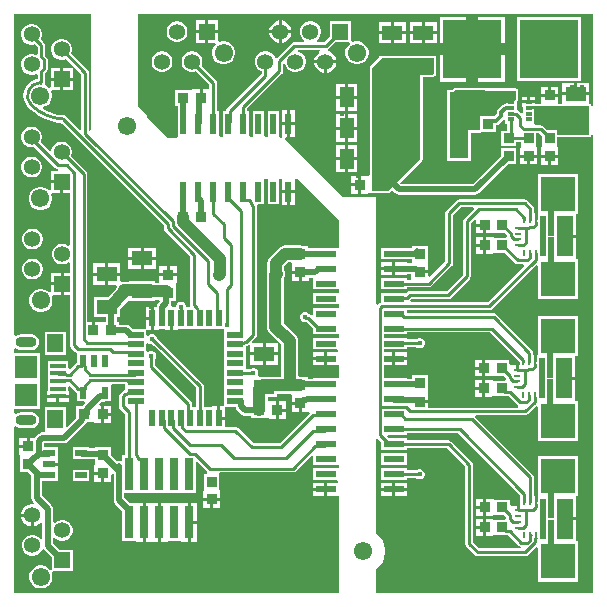
<source format=gbr>
%TF.GenerationSoftware,Altium Limited,Altium Designer,22.9.1 (49)*%
G04 Layer_Physical_Order=1*
G04 Layer_Color=255*
%FSLAX45Y45*%
%MOMM*%
%TF.SameCoordinates,29712687-7F25-45B9-B314-6CDD0CF2420B*%
%TF.FilePolarity,Positive*%
%TF.FileFunction,Copper,L1,Top,Signal*%
%TF.Part,Single*%
G01*
G75*
%TA.AperFunction,Conductor*%
%ADD10C,0.25400*%
%TA.AperFunction,SMDPad,CuDef*%
%ADD11R,1.80000X1.30000*%
%ADD12R,0.95000X0.95000*%
%ADD13R,0.60000X0.30000*%
%ADD14R,0.90000X0.90000*%
%ADD15R,1.65000X5.60000*%
%ADD16R,0.60000X1.00000*%
%TA.AperFunction,ConnectorPad*%
%ADD17R,1.35000X0.40000*%
%ADD18R,1.40000X1.60000*%
%TA.AperFunction,SMDPad,CuDef*%
%ADD19R,1.90000X1.90000*%
%ADD20R,0.95000X0.95000*%
%ADD21R,0.55000X1.45000*%
%ADD22R,1.45000X0.55000*%
%ADD23R,1.75000X0.60000*%
%ADD24R,3.00000X3.00000*%
%TA.AperFunction,SMDPad,SMDef*%
%ADD25R,0.25000X0.60000*%
%ADD26R,0.50000X3.50000*%
%ADD27R,0.50000X1.67500*%
%ADD28R,1.40000X3.50000*%
%ADD29R,0.60000X0.25000*%
%TA.AperFunction,SMDPad,CuDef*%
%ADD30R,0.90000X0.90000*%
%ADD31R,1.30000X1.80000*%
%ADD32R,5.00000X5.00000*%
%ADD33R,0.60000X1.75000*%
%ADD34R,0.74000X2.79000*%
%ADD35R,1.00000X0.60000*%
%TA.AperFunction,Conductor*%
%ADD36C,0.30000*%
%ADD37C,0.50000*%
%ADD38C,1.00000*%
%ADD39C,0.26000*%
%TA.AperFunction,ComponentPad*%
%ADD40O,1.80000X0.90000*%
%ADD41R,1.35800X1.35800*%
%ADD42C,1.35800*%
%ADD43C,1.55000*%
%ADD44R,1.35800X1.35800*%
%TA.AperFunction,WasherPad*%
%ADD45C,1.55000*%
%TA.AperFunction,ViaPad*%
%ADD46C,0.45000*%
G36*
X9350000Y8173446D02*
X9335000Y8171969D01*
X9333840Y8177804D01*
X9329419Y8184419D01*
X9322804Y8188840D01*
X9315830Y8190227D01*
Y8259218D01*
X9085030D01*
Y8190392D01*
X9052900D01*
Y8247301D01*
X8907100D01*
Y8190392D01*
X8857475D01*
Y8192296D01*
X8802075D01*
X8746675D01*
Y8164596D01*
X8752075D01*
Y8112995D01*
X8738217Y8107255D01*
X8719198Y8126274D01*
X8708382Y8133501D01*
X8702078Y8134755D01*
Y8202554D01*
X8704696Y8204508D01*
X8705687Y8205608D01*
X8706919Y8206431D01*
X8708326Y8208537D01*
X8710022Y8210419D01*
X8710517Y8211815D01*
X8711340Y8213047D01*
X8711834Y8215530D01*
X8712680Y8217918D01*
X8712603Y8219398D01*
X8712892Y8220850D01*
Y8300000D01*
X8712124Y8303860D01*
X8711374Y8307720D01*
X8711349Y8307758D01*
X8711340Y8307804D01*
X8709159Y8311068D01*
X8706983Y8314355D01*
X8706945Y8314381D01*
X8706919Y8314419D01*
X8703663Y8316595D01*
X8700387Y8318805D01*
X8700342Y8318814D01*
X8700304Y8318840D01*
X8696452Y8319606D01*
X8692591Y8320392D01*
X8182121Y8322661D01*
X8181967Y8322631D01*
X8181812Y8322660D01*
X8178063Y8321872D01*
X8174311Y8321143D01*
X8174179Y8321056D01*
X8174025Y8321024D01*
X8170876Y8318870D01*
X8167676Y8316752D01*
X8167587Y8316621D01*
X8167458Y8316533D01*
X8158042Y8306913D01*
X8113303D01*
Y8254455D01*
X8112911Y8252485D01*
Y7962500D01*
X8113303Y7960530D01*
Y7706913D01*
X8318303D01*
Y7942108D01*
X8391227D01*
X8399031Y7943660D01*
X8403400Y7946580D01*
X8526227D01*
Y8008998D01*
X8526763D01*
X8540419Y8011714D01*
X8551997Y8019450D01*
X8587078Y8054532D01*
X8602078Y8048318D01*
Y8019999D01*
X8618738D01*
Y7959574D01*
X8569156D01*
Y7829574D01*
X8699156D01*
Y7861228D01*
X8739580D01*
Y7829972D01*
X8739580Y7829569D01*
X8738608Y7814972D01*
X8734180D01*
Y7757272D01*
X8804580D01*
X8874980D01*
Y7814972D01*
X8870552D01*
X8869580Y7829569D01*
X8869580Y7829972D01*
Y7938928D01*
X8890997D01*
X8912502Y7917423D01*
Y7829973D01*
X8912502Y7829573D01*
X8911539Y7814972D01*
X8907102D01*
Y7754772D01*
X9052902D01*
Y7814972D01*
X9048466D01*
X9047503Y7829573D01*
X9047502Y7829973D01*
Y7906526D01*
X9315000D01*
X9322804Y7908079D01*
X9329419Y7912499D01*
X9333840Y7919115D01*
X9335000Y7924949D01*
X9350000Y7923472D01*
Y4050000D01*
X7510000D01*
Y4244989D01*
X7521118Y4252418D01*
X7547582Y4278882D01*
X7568376Y4310002D01*
X7582698Y4344579D01*
X7590000Y4381287D01*
Y4418714D01*
X7582698Y4455421D01*
X7568376Y4489999D01*
X7547582Y4521118D01*
X7521118Y4547582D01*
X7510000Y4555011D01*
Y5346985D01*
X7525000Y5353199D01*
X7555003Y5323195D01*
Y5254074D01*
X7770003D01*
Y5270733D01*
X8112116D01*
X8266659Y5116190D01*
Y4462103D01*
X8269197Y4449344D01*
X8276425Y4438528D01*
X8348128Y4366825D01*
X8358944Y4359597D01*
X8371703Y4357059D01*
X8775687D01*
X8788446Y4359597D01*
X8799262Y4366825D01*
X8866141Y4433703D01*
X8879999Y4427963D01*
Y4143139D01*
X9219999D01*
Y4483138D01*
X9203962D01*
Y4661026D01*
X9108562D01*
Y4686426D01*
X9203962D01*
Y4864311D01*
X9220000D01*
Y5204311D01*
X8880001D01*
Y4869125D01*
X8878763D01*
Y4868731D01*
X8878559D01*
Y4813726D01*
X8853363D01*
Y4869125D01*
X8849206D01*
Y5024134D01*
X8846668Y5036893D01*
X8839441Y5047710D01*
X8352814Y5534337D01*
X8359027Y5549337D01*
X8772334D01*
X8785093Y5551875D01*
X8795910Y5559102D01*
X8865000Y5628193D01*
X8880000Y5621979D01*
Y5331687D01*
X9220000D01*
Y5671687D01*
X9196880D01*
Y5849574D01*
X9101481D01*
Y5874974D01*
X9196880D01*
Y6052861D01*
X9220000D01*
Y6392861D01*
X8880000D01*
Y6057674D01*
X8871682D01*
Y6057279D01*
X8871477D01*
Y6002274D01*
X8846282D01*
Y6057674D01*
X8842125D01*
Y6081216D01*
X8839587Y6093975D01*
X8832360Y6104791D01*
X8533576Y6403575D01*
X8522759Y6410803D01*
X8510001Y6413340D01*
X7770000D01*
Y6441359D01*
X8470337D01*
X8483096Y6443897D01*
X8493912Y6451125D01*
X8866142Y6823354D01*
X8880000Y6817614D01*
Y6533826D01*
X9220000D01*
Y6873826D01*
X9204998D01*
Y7051711D01*
X9109598D01*
Y7077111D01*
X9204998D01*
Y7255000D01*
X9220000D01*
Y7595000D01*
X8880000D01*
Y7259811D01*
X8879800D01*
Y7259416D01*
X8879595D01*
Y7204411D01*
X8854400D01*
Y7259811D01*
X8850242D01*
Y7300091D01*
X8847704Y7312850D01*
X8840477Y7323666D01*
X8795768Y7368375D01*
X8784951Y7375603D01*
X8772193Y7378141D01*
X8214800D01*
X8202041Y7375603D01*
X8191225Y7368375D01*
X8106425Y7283575D01*
X8099197Y7272759D01*
X8096659Y7260000D01*
Y6853810D01*
X7967182Y6724332D01*
X7953324Y6730072D01*
Y6752299D01*
X7880424D01*
Y6777699D01*
X7953324D01*
Y6837899D01*
X7948887D01*
X7947924Y6852500D01*
X7947924Y6852899D01*
Y6987500D01*
X7862356D01*
X7857924Y6988382D01*
X7853491Y6987500D01*
X7812924D01*
Y6965881D01*
X7770000D01*
Y6970000D01*
X7555000D01*
Y6870000D01*
X7770000D01*
Y6874118D01*
X7812924D01*
Y6853882D01*
X7812923Y6852500D01*
X7809588Y6838881D01*
X7775400D01*
Y6848400D01*
X7675200D01*
Y6793000D01*
Y6737600D01*
X7775400D01*
Y6747118D01*
X7807524D01*
Y6699340D01*
X7770000D01*
Y6716000D01*
X7555000D01*
Y6616000D01*
X7770000D01*
Y6632659D01*
X7956000D01*
X7968759Y6635197D01*
X7979575Y6642425D01*
X8153575Y6816425D01*
X8160803Y6827241D01*
X8163341Y6840000D01*
Y7246190D01*
X8228610Y7311460D01*
X8333175D01*
X8338916Y7297602D01*
X8256425Y7215111D01*
X8249197Y7204294D01*
X8246659Y7191536D01*
Y6740484D01*
X8109516Y6603341D01*
X7800000D01*
X7787241Y6600803D01*
X7776425Y6593575D01*
X7776012Y6593163D01*
X7770000Y6589000D01*
X7555000D01*
Y6506756D01*
X7548697Y6505502D01*
X7537881Y6498275D01*
X7525000Y6485394D01*
X7510000Y6491608D01*
Y7400000D01*
X7230000D01*
X6739252Y7890748D01*
X6745465Y7905748D01*
X6756801D01*
Y8005948D01*
X6714101D01*
Y7915000D01*
X6714101Y7906928D01*
X6703698Y7901965D01*
X6692501Y7911844D01*
X6692501Y7915000D01*
Y8126148D01*
X6592501D01*
Y7915000D01*
X6592501Y7911148D01*
X6587653Y7905336D01*
X6576498D01*
X6565501Y7918328D01*
Y8126148D01*
X6465501D01*
Y7915000D01*
X6465501Y7911148D01*
X6460653Y7905336D01*
X6449498D01*
X6438501Y7918328D01*
Y8126148D01*
X6421842D01*
Y8149691D01*
X6712946Y8440795D01*
X6720173Y8451611D01*
X6722711Y8464370D01*
Y8525695D01*
X6727194Y8528365D01*
X6744621Y8521285D01*
X6747090Y8512071D01*
X6758662Y8492027D01*
X6775028Y8475661D01*
X6795072Y8464089D01*
X6817427Y8458099D01*
X6840572D01*
X6862928Y8464089D01*
X6882972Y8475661D01*
X6899337Y8492027D01*
X6910909Y8512071D01*
X6916900Y8534427D01*
Y8557571D01*
X6910909Y8579927D01*
X6899337Y8599971D01*
X6882972Y8616336D01*
X6862928Y8627909D01*
X6848930Y8631659D01*
X6850905Y8646659D01*
X7033175D01*
X7035640Y8643711D01*
X7032220Y8624415D01*
X7025712Y8620658D01*
X7008341Y8603287D01*
X6996058Y8582012D01*
X6989811Y8558698D01*
X7082999D01*
X7176188D01*
X7169941Y8582012D01*
X7157658Y8603287D01*
X7140287Y8620658D01*
X7119012Y8632941D01*
X7107850Y8635932D01*
X7107482Y8636891D01*
X7106635Y8651787D01*
X7113576Y8656425D01*
X7169250Y8712099D01*
X7284521D01*
X7288856Y8701222D01*
X7289214Y8697099D01*
X7271980Y8679865D01*
X7259144Y8657633D01*
X7252500Y8632835D01*
Y8607163D01*
X7259144Y8582365D01*
X7271980Y8560133D01*
X7290133Y8541980D01*
X7312366Y8529144D01*
X7337163Y8522499D01*
X7362836D01*
X7387633Y8529144D01*
X7409866Y8541980D01*
X7428019Y8560133D01*
X7440855Y8582365D01*
X7447499Y8607163D01*
Y8632835D01*
X7440855Y8657633D01*
X7428019Y8679865D01*
X7409866Y8698018D01*
X7387633Y8710854D01*
X7362836Y8717499D01*
X7337163D01*
X7312366Y8710854D01*
X7297900Y8719823D01*
Y8887899D01*
X7122100D01*
Y8759249D01*
X7076191Y8713340D01*
X7011703D01*
X7007683Y8728340D01*
X7009972Y8729661D01*
X7026337Y8746027D01*
X7037909Y8766071D01*
X7043900Y8788427D01*
Y8811571D01*
X7037909Y8833927D01*
X7026337Y8853971D01*
X7009972Y8870336D01*
X6989928Y8881909D01*
X6967572Y8887899D01*
X6944427D01*
X6922071Y8881909D01*
X6902028Y8870336D01*
X6885662Y8853971D01*
X6874090Y8833927D01*
X6868100Y8811571D01*
Y8788427D01*
X6874090Y8766071D01*
X6885662Y8746027D01*
X6902028Y8729661D01*
X6904316Y8728340D01*
X6900296Y8713340D01*
X6820731D01*
X6807972Y8710803D01*
X6797156Y8703575D01*
X6672664Y8579084D01*
X6665544Y8579465D01*
X6655220Y8582853D01*
X6645337Y8599971D01*
X6628972Y8616336D01*
X6608928Y8627909D01*
X6586572Y8633899D01*
X6563427D01*
X6541071Y8627909D01*
X6521028Y8616336D01*
X6504662Y8599971D01*
X6493090Y8579927D01*
X6487100Y8557571D01*
Y8534427D01*
X6493090Y8512071D01*
X6504662Y8492027D01*
X6521028Y8475661D01*
X6541071Y8464089D01*
X6541660Y8463932D01*
Y8438810D01*
X6251790Y8148941D01*
X6244563Y8138124D01*
X6242181Y8126148D01*
X6211501D01*
Y7915000D01*
X6211501Y7911148D01*
X6206653Y7905336D01*
X6195498D01*
X6184501Y7918328D01*
Y8126148D01*
X6167842D01*
Y8364499D01*
X6165304Y8377258D01*
X6158077Y8388074D01*
X6034606Y8511545D01*
X6034911Y8512074D01*
X6040901Y8534430D01*
Y8557574D01*
X6034911Y8579930D01*
X6023339Y8599974D01*
X6006973Y8616339D01*
X5986929Y8627912D01*
X5964574Y8633902D01*
X5941429D01*
X5919073Y8627912D01*
X5899029Y8616339D01*
X5882664Y8599974D01*
X5871092Y8579930D01*
X5865101Y8557574D01*
Y8534430D01*
X5871092Y8512074D01*
X5882664Y8492030D01*
X5899029Y8475665D01*
X5919073Y8464092D01*
X5941429Y8458102D01*
X5964574D01*
X5986929Y8464092D01*
X5987454Y8464395D01*
X6101161Y8350689D01*
Y8309471D01*
X6042700D01*
Y8236571D01*
X6017300D01*
Y8309471D01*
X5957100D01*
Y8305035D01*
X5942499Y8304072D01*
X5942100Y8304071D01*
X5807499D01*
Y8169071D01*
X5831869D01*
Y8126148D01*
X5830501D01*
Y7915000D01*
X5830501Y7911148D01*
X5821202Y7900000D01*
X5750000D01*
X5574297Y8075703D01*
X5568376Y8089999D01*
X5547583Y8121118D01*
X5521118Y8147582D01*
X5500000Y8161693D01*
Y8950000D01*
X9350000D01*
Y8173446D01*
D02*
G37*
G36*
X8692500Y8300000D02*
Y8220850D01*
X8652078Y8190684D01*
X8637078D01*
X8637066Y8190682D01*
X8607581D01*
X8604146Y8189999D01*
X8602078D01*
Y8189587D01*
X8593925Y8187965D01*
X8582347Y8180230D01*
X8541938Y8139821D01*
X8534203Y8128244D01*
X8531486Y8114587D01*
Y8099874D01*
X8513192Y8081580D01*
X8391227D01*
Y7962500D01*
X8133303D01*
Y8252485D01*
X8182031Y8302269D01*
X8692500Y8300000D01*
D02*
G37*
G36*
X5100000Y7967199D02*
X5085000Y7959181D01*
X5083341Y7960290D01*
Y8450000D01*
X5080803Y8462759D01*
X5073576Y8473575D01*
X4931605Y8615545D01*
X4931910Y8616074D01*
X4937900Y8638430D01*
Y8661574D01*
X4931910Y8683930D01*
X4920338Y8703974D01*
X4903972Y8720339D01*
X4883929Y8731912D01*
X4861573Y8737902D01*
X4838428D01*
X4816072Y8731912D01*
X4796029Y8720339D01*
X4779663Y8703974D01*
X4768091Y8683930D01*
X4762100Y8661574D01*
Y8638430D01*
X4768091Y8616074D01*
X4779663Y8596030D01*
X4796029Y8579665D01*
X4816072Y8568092D01*
X4838428Y8562102D01*
X4861573D01*
X4883929Y8568092D01*
X4884454Y8568396D01*
X4952257Y8500592D01*
X4942334Y8489302D01*
X4862700D01*
Y8408702D01*
X4943301D01*
Y8488335D01*
X4954591Y8498259D01*
X5016660Y8436190D01*
Y7970090D01*
X5002802Y7964349D01*
X4884387Y8082764D01*
X4873571Y8089991D01*
X4862387Y8092216D01*
X4862421Y8092942D01*
X4821607Y8096154D01*
X4764438Y8109879D01*
X4710119Y8132378D01*
X4689790Y8144836D01*
X4692133Y8160993D01*
X4707634Y8165147D01*
X4729867Y8177983D01*
X4748020Y8196136D01*
X4760856Y8218368D01*
X4767500Y8243166D01*
Y8268838D01*
X4762446Y8287702D01*
X4770098Y8300569D01*
X4772942Y8302702D01*
X4837300D01*
Y8383302D01*
X4756700D01*
Y8328401D01*
X4741700Y8322188D01*
X4729867Y8334021D01*
X4711604Y8344565D01*
X4709994Y8346627D01*
X4706935Y8356306D01*
X4706462Y8362701D01*
X4709530Y8367293D01*
X4709530Y8367294D01*
X4710549Y8372416D01*
X4712068Y8380052D01*
Y8449649D01*
X4720176Y8457757D01*
X4727403Y8468573D01*
X4729941Y8481332D01*
Y8564672D01*
X4727403Y8577431D01*
X4720176Y8588247D01*
X4712068Y8596355D01*
Y8679003D01*
X4709530Y8691762D01*
X4702302Y8702579D01*
X4694863Y8710018D01*
X4694862Y8710019D01*
X4672016Y8732865D01*
X4677910Y8743074D01*
X4683900Y8765430D01*
Y8788574D01*
X4677910Y8810930D01*
X4666338Y8830974D01*
X4649972Y8847339D01*
X4629929Y8858912D01*
X4607573Y8864902D01*
X4584428D01*
X4562072Y8858912D01*
X4542029Y8847339D01*
X4525663Y8830974D01*
X4514091Y8810930D01*
X4508100Y8788574D01*
Y8765430D01*
X4514091Y8743074D01*
X4525663Y8723030D01*
X4542029Y8706665D01*
X4562072Y8695092D01*
X4584428Y8689102D01*
X4607573D01*
X4618539Y8692041D01*
X4645387Y8665193D01*
Y8610987D01*
X4632396Y8603487D01*
X4629929Y8604912D01*
X4607573Y8610902D01*
X4584428D01*
X4562072Y8604912D01*
X4542029Y8593339D01*
X4525663Y8576974D01*
X4514091Y8556930D01*
X4508100Y8534574D01*
Y8511430D01*
X4514091Y8489074D01*
X4525663Y8469030D01*
X4542029Y8452665D01*
X4562072Y8441092D01*
X4584428Y8435102D01*
X4607573D01*
X4629929Y8441092D01*
X4632396Y8442517D01*
X4645387Y8435017D01*
Y8396895D01*
X4632696Y8395224D01*
X4597934Y8380825D01*
X4568083Y8357920D01*
X4545178Y8328069D01*
X4530779Y8293307D01*
X4525868Y8256002D01*
X4530779Y8218698D01*
X4545178Y8183935D01*
X4568083Y8154085D01*
X4568287Y8154288D01*
X4568288Y8154288D01*
X4611671Y8116241D01*
X4659650Y8084183D01*
X4711403Y8058661D01*
X4766045Y8040113D01*
X4822640Y8028855D01*
X4845492Y8027357D01*
X5713559Y7159290D01*
Y7133665D01*
X5716097Y7120906D01*
X5723325Y7110090D01*
X5936659Y6896755D01*
Y6486244D01*
X5937901Y6480001D01*
X5928199Y6465001D01*
X5902500D01*
Y6478454D01*
X5896030Y6494074D01*
X5884074Y6506030D01*
X5868454Y6512500D01*
X5851546D01*
X5835926Y6506030D01*
X5823970Y6494074D01*
X5817500Y6478454D01*
Y6470401D01*
X5781011D01*
X5772978Y6485401D01*
X5775882Y6500000D01*
Y6517504D01*
X5817923D01*
Y6652504D01*
X5817923D01*
X5818898Y6667100D01*
X5823323D01*
Y6727300D01*
X5677523D01*
Y6670604D01*
X5640000D01*
Y6685000D01*
X5420000D01*
Y6680604D01*
X5380000D01*
X5361726Y6678198D01*
X5357872Y6676601D01*
X5345400Y6684935D01*
Y6732726D01*
X5242700D01*
Y6655026D01*
X5308980D01*
X5316670Y6640026D01*
X5311802Y6628274D01*
X5310862Y6621137D01*
X5240151Y6550426D01*
X5120000D01*
Y6380426D01*
X5224118D01*
Y6337500D01*
X5202500D01*
Y6337500D01*
X5187900Y6338466D01*
Y6342900D01*
X5127700D01*
Y6270000D01*
X5102300D01*
Y6342900D01*
X5068140D01*
Y7595478D01*
X5065603Y7608237D01*
X5058375Y7619053D01*
X4931606Y7745822D01*
X4931911Y7746349D01*
X4937901Y7768705D01*
Y7791849D01*
X4931911Y7814205D01*
X4920338Y7834249D01*
X4903973Y7850614D01*
X4883929Y7862186D01*
X4861573Y7868177D01*
X4838429D01*
X4816073Y7862186D01*
X4796029Y7850614D01*
X4779664Y7834249D01*
X4768091Y7814205D01*
X4762613Y7793759D01*
X4749292Y7786543D01*
X4748813Y7786345D01*
X4672017Y7863141D01*
X4677911Y7873349D01*
X4683901Y7895705D01*
Y7918849D01*
X4677911Y7941205D01*
X4666338Y7961249D01*
X4649973Y7977614D01*
X4629929Y7989186D01*
X4607573Y7995177D01*
X4584429D01*
X4562073Y7989186D01*
X4542029Y7977614D01*
X4525664Y7961249D01*
X4514091Y7941205D01*
X4508101Y7918849D01*
Y7895705D01*
X4514091Y7873349D01*
X4525664Y7853305D01*
X4542029Y7836939D01*
X4562073Y7825367D01*
X4584429Y7819377D01*
X4607573D01*
X4618542Y7822316D01*
X4797050Y7643807D01*
X4807867Y7636580D01*
X4817936Y7634577D01*
X4816459Y7619577D01*
X4756701D01*
Y7538977D01*
X4850001D01*
Y7526277D01*
X4862701D01*
Y7432977D01*
X4921259D01*
Y6992391D01*
X4920840Y6992218D01*
X4906259Y6987880D01*
X4887932Y6998461D01*
X4865576Y7004452D01*
X4842432D01*
X4820076Y6998461D01*
X4800032Y6986889D01*
X4783667Y6970524D01*
X4772094Y6950480D01*
X4766104Y6928124D01*
Y6904979D01*
X4772094Y6882624D01*
X4783667Y6862580D01*
X4800032Y6846214D01*
X4820076Y6834642D01*
X4842432Y6828652D01*
X4865576D01*
X4887932Y6834642D01*
X4906259Y6845223D01*
X4920840Y6840885D01*
X4921259Y6840712D01*
Y6755852D01*
X4866704D01*
Y6662552D01*
Y6569252D01*
X4921259D01*
Y6146015D01*
X4923797Y6133256D01*
X4931025Y6122440D01*
X4966424Y6087040D01*
X4966779Y6086803D01*
X4977925Y6077498D01*
Y6001501D01*
X4967133Y5994290D01*
X4967133Y5994289D01*
X4918858Y5946015D01*
X4905000Y5951755D01*
Y6010000D01*
X4831989D01*
X4825954Y6012500D01*
X4809047D01*
X4803011Y6010000D01*
X4730000D01*
Y5930000D01*
Y5865000D01*
Y5755400D01*
X4724600D01*
Y5722700D01*
X4817500D01*
X4910400D01*
Y5755400D01*
X4905000D01*
Y5791630D01*
X4920000Y5797843D01*
X4967133Y5750711D01*
X4967133Y5750710D01*
X4977925Y5743499D01*
Y5667502D01*
X5040941D01*
X5046681Y5653644D01*
X5032555Y5639518D01*
X5024243Y5627078D01*
X4974998D01*
Y5541511D01*
X4974117Y5537078D01*
Y5529003D01*
X4898858Y5453744D01*
X4885000Y5459484D01*
Y5620000D01*
X4705000D01*
Y5420000D01*
X4699275Y5407372D01*
X4686442D01*
X4668884Y5403879D01*
X4653999Y5393933D01*
X4624710Y5364644D01*
X4622869Y5361889D01*
X4577353D01*
Y5288989D01*
X4564653D01*
Y5276289D01*
X4491753D01*
Y5216089D01*
X4496189D01*
X4497153Y5201487D01*
X4497153D01*
Y5066488D01*
X4567266D01*
X4591268Y5042486D01*
Y4852851D01*
X4594760Y4835293D01*
X4604706Y4820408D01*
X4613192Y4811922D01*
X4606601Y4797300D01*
X4587713D01*
X4563984Y4790942D01*
X4542709Y4778659D01*
X4525338Y4761288D01*
X4513055Y4740013D01*
X4506808Y4716699D01*
X4599997D01*
Y4703999D01*
X4612697D01*
Y4610812D01*
X4636009Y4617058D01*
X4657284Y4629341D01*
X4669118Y4641175D01*
X4684118Y4634962D01*
Y4510097D01*
X4674444Y4505798D01*
X4669118Y4505188D01*
X4653969Y4520337D01*
X4633925Y4531910D01*
X4611569Y4537900D01*
X4588424D01*
X4566069Y4531910D01*
X4546025Y4520337D01*
X4529659Y4503972D01*
X4518087Y4483928D01*
X4512097Y4461572D01*
Y4438428D01*
X4518087Y4416072D01*
X4529659Y4396028D01*
X4546025Y4379663D01*
X4566069Y4368090D01*
X4588424Y4362100D01*
X4611569D01*
X4633925Y4368090D01*
X4653969Y4379663D01*
X4670334Y4396028D01*
X4680329Y4413340D01*
X4690107Y4415561D01*
X4697181Y4415120D01*
X4697557Y4414557D01*
X4766097Y4346017D01*
Y4248478D01*
X4755220Y4244143D01*
X4751097Y4243786D01*
X4733863Y4261019D01*
X4711630Y4273855D01*
X4686833Y4280500D01*
X4661161D01*
X4636363Y4273855D01*
X4614130Y4261019D01*
X4595977Y4242866D01*
X4583141Y4220634D01*
X4576497Y4195836D01*
Y4170164D01*
X4583141Y4145366D01*
X4595977Y4123134D01*
X4614130Y4104981D01*
X4636363Y4092145D01*
X4661161Y4085500D01*
X4686833D01*
X4711630Y4092145D01*
X4733863Y4104981D01*
X4752016Y4123134D01*
X4764852Y4145366D01*
X4771497Y4170164D01*
Y4195836D01*
X4764852Y4220633D01*
X4773821Y4235100D01*
X4941897D01*
Y4410900D01*
X4830986D01*
X4775881Y4466005D01*
Y4509592D01*
X4790881Y4515806D01*
X4800025Y4506663D01*
X4820069Y4495090D01*
X4842424Y4489100D01*
X4865569D01*
X4887925Y4495090D01*
X4907969Y4506663D01*
X4924334Y4523028D01*
X4935906Y4543072D01*
X4941897Y4565428D01*
Y4588572D01*
X4935906Y4610928D01*
X4924334Y4630972D01*
X4907969Y4647337D01*
X4887925Y4658910D01*
X4865569Y4664900D01*
X4842424D01*
X4820069Y4658910D01*
X4800025Y4647337D01*
X4790881Y4638194D01*
X4775881Y4644408D01*
Y4760000D01*
X4772389Y4777559D01*
X4762443Y4792444D01*
X4683031Y4871856D01*
Y4991491D01*
X4815080D01*
Y5081092D01*
X4820480D01*
Y5123791D01*
X4745080D01*
Y5149191D01*
X4820480D01*
Y5191892D01*
X4815080D01*
Y5281488D01*
X4703034D01*
Y5313196D01*
X4705447Y5315609D01*
X4871490D01*
X4889048Y5319101D01*
X4903933Y5329047D01*
X5052441Y5477555D01*
X5062146Y5492078D01*
X5109998D01*
Y5492078D01*
X5124599Y5491115D01*
Y5486678D01*
X5184799D01*
Y5559579D01*
Y5632478D01*
X5174887D01*
X5169147Y5646336D01*
X5189430Y5666620D01*
X5212922D01*
X5217356Y5667502D01*
X5267922D01*
X5267922Y5807501D01*
X5280497Y5813356D01*
X5382500D01*
Y5762259D01*
X5376197Y5761005D01*
X5365380Y5753778D01*
X5346225Y5734623D01*
X5338997Y5723806D01*
X5336459Y5711048D01*
Y5628958D01*
X5338997Y5616199D01*
X5346225Y5605383D01*
X5387660Y5563947D01*
Y5212999D01*
X5364001D01*
Y5172468D01*
X5349001Y5164038D01*
X5335247Y5166774D01*
X5317689Y5163282D01*
X5317075Y5162871D01*
X5291366Y5188580D01*
X5280401Y5195907D01*
X5264929Y5211378D01*
Y5281492D01*
X5129929D01*
Y5272369D01*
X5085077D01*
Y5281488D01*
X4945077D01*
Y5181488D01*
X5015645D01*
X5020077Y5180606D01*
X5129929D01*
Y5146492D01*
X5129929D01*
X5128966Y5131891D01*
X5124529D01*
Y5071691D01*
X5197429D01*
Y5058991D01*
X5210129D01*
Y4986091D01*
X5270329D01*
Y5047011D01*
X5285329Y5054759D01*
X5289365Y5051895D01*
Y4834754D01*
X5292858Y4817196D01*
X5302803Y4802311D01*
X5364001Y4741114D01*
Y4487000D01*
X5472838Y4487000D01*
X5485601Y4481600D01*
X5490764Y4481600D01*
X5535301D01*
Y4646500D01*
Y4811400D01*
X5490764D01*
X5485601Y4811400D01*
X5472838Y4806000D01*
X5428887Y4806000D01*
X5381128Y4853759D01*
Y4894000D01*
X5478000D01*
Y4893999D01*
X5491001D01*
Y4894000D01*
X5603001D01*
X5605001Y4894000D01*
X5618001D01*
X5620001Y4894000D01*
X5730001D01*
X5732001Y4894000D01*
X5745001D01*
X5747001Y4894000D01*
X5857001D01*
X5859001Y4894000D01*
X5872001D01*
X5874001Y4894000D01*
X5986001D01*
Y5152496D01*
X5999859Y5158236D01*
X6081670Y5076425D01*
X6083572Y5057404D01*
X6081939Y5055000D01*
X6055000D01*
Y4925403D01*
X6055000Y4925000D01*
X6054028Y4910403D01*
X6049600D01*
Y4852702D01*
X6120000D01*
X6190400D01*
Y4910403D01*
X6185972D01*
X6185000Y4925000D01*
X6185000Y4925403D01*
Y5051659D01*
X6185000Y5055000D01*
X6193064Y5066659D01*
X6810000D01*
X6822759Y5069197D01*
X6833575Y5076425D01*
X6966145Y5208995D01*
X6980003Y5203255D01*
Y5127074D01*
X7195003D01*
X7200000Y5114143D01*
Y5113004D01*
X7195003Y5100074D01*
X7185000Y5100074D01*
X6980003D01*
Y5000074D01*
X7184056D01*
X7185960Y4998235D01*
X7192830Y4985074D01*
X7189119Y4978474D01*
X7100203D01*
Y4923074D01*
Y4867674D01*
X7200000D01*
Y4050000D01*
X4450000D01*
Y5451366D01*
X4465000Y5458763D01*
X4472220Y5453223D01*
X4488032Y5446673D01*
X4505000Y5444439D01*
X4595000D01*
X4611968Y5446673D01*
X4627780Y5453223D01*
X4641358Y5463642D01*
X4651777Y5477219D01*
X4658327Y5493031D01*
X4660561Y5510000D01*
X4658327Y5526968D01*
X4651777Y5542780D01*
X4641358Y5556358D01*
X4627780Y5566777D01*
X4611968Y5573327D01*
X4595000Y5575561D01*
X4505000D01*
X4488032Y5573327D01*
X4472220Y5566777D01*
X4465000Y5561237D01*
X4450000Y5568634D01*
Y5605000D01*
X4665000D01*
Y5834999D01*
X4665000D01*
Y5845001D01*
X4665000D01*
Y6075000D01*
X4450000D01*
Y6111366D01*
X4465000Y6118763D01*
X4472220Y6113223D01*
X4488032Y6106673D01*
X4505000Y6104439D01*
X4595000D01*
X4611968Y6106673D01*
X4627780Y6113223D01*
X4641358Y6123642D01*
X4651777Y6137220D01*
X4658327Y6153032D01*
X4660561Y6170000D01*
X4658327Y6186969D01*
X4651777Y6202781D01*
X4641358Y6216358D01*
X4627780Y6226777D01*
X4611968Y6233327D01*
X4595000Y6235561D01*
X4505000D01*
X4488032Y6233327D01*
X4472220Y6226777D01*
X4465000Y6221237D01*
X4450000Y6228634D01*
Y8950000D01*
X5100000D01*
Y7967199D01*
D02*
G37*
G36*
X9315000Y7926918D02*
X9047502D01*
Y7964573D01*
X8959653D01*
X8928382Y7995844D01*
X8917566Y8003072D01*
X8904807Y8005610D01*
X8871515D01*
X8852075Y8019999D01*
Y8139996D01*
X8803106D01*
X8801198Y8144596D01*
X8818162Y8169996D01*
X8852075D01*
Y8170000D01*
X9315000D01*
Y7926918D01*
D02*
G37*
G36*
X7200000Y7200000D02*
Y6982929D01*
X7195000Y6970000D01*
X6980000D01*
Y6963633D01*
X6937072D01*
Y6983503D01*
X6895497D01*
X6889593Y6985949D01*
X6871320Y6988355D01*
X6737751D01*
X6719478Y6985949D01*
X6702449Y6978896D01*
X6687827Y6967675D01*
X6611497Y6891346D01*
X6600277Y6876723D01*
X6593224Y6859695D01*
X6590818Y6841421D01*
Y6758579D01*
X6591330Y6754688D01*
X6589396Y6740000D01*
Y6300000D01*
X6591802Y6281727D01*
X6598855Y6264698D01*
X6610075Y6250076D01*
X6709396Y6150755D01*
Y5875604D01*
X6552929D01*
X6548341Y5875000D01*
X6517197D01*
X6510213Y5890000D01*
X6514997Y5901549D01*
Y5918456D01*
X6508526Y5934077D01*
X6496571Y5946032D01*
X6480950Y5952502D01*
X6464043D01*
X6448423Y5946032D01*
X6445734Y5943343D01*
X6412502D01*
Y6022502D01*
Y6137745D01*
X6418806Y6138999D01*
X6429622Y6146226D01*
X6432529Y6149133D01*
X6447529Y6142920D01*
Y6082700D01*
X6550229D01*
Y6160399D01*
X6465008D01*
X6458795Y6175399D01*
X6493575Y6210180D01*
X6500803Y6220996D01*
X6503341Y6233755D01*
Y7325404D01*
X6512157Y7336148D01*
X6565501D01*
Y7550000D01*
X6592501D01*
Y7336148D01*
X6692501D01*
Y7550000D01*
X6714101D01*
Y7456348D01*
X6769501D01*
X6824901D01*
Y7550000D01*
X6850000D01*
X7200000Y7200000D01*
D02*
G37*
G36*
X8361277Y7206064D02*
Y7173362D01*
X8431678D01*
Y7160662D01*
X8444378D01*
Y7090262D01*
X8502077D01*
Y7094690D01*
X8516675Y7095662D01*
Y7095662D01*
X8599524D01*
X8616555Y7078631D01*
Y7066793D01*
X8605753Y7055238D01*
X8517072D01*
X8516674Y7055238D01*
X8502072Y7056198D01*
Y7060638D01*
X8444372D01*
Y6990238D01*
Y6919838D01*
X8502072D01*
Y6924279D01*
X8516674Y6925238D01*
X8517072Y6925238D01*
X8599524D01*
X8686626Y6838136D01*
X8697442Y6830909D01*
X8710201Y6828371D01*
X8757260D01*
X8763000Y6814513D01*
X8456527Y6508040D01*
X7805709D01*
X7804478Y6509643D01*
X7800191Y6523040D01*
X7813810Y6536660D01*
X8123326D01*
X8136085Y6539197D01*
X8146901Y6546425D01*
X8303575Y6703099D01*
X8310803Y6713915D01*
X8313340Y6726674D01*
Y7177726D01*
X8347419Y7211804D01*
X8361277Y7206064D01*
D02*
G37*
G36*
X5679510Y6514396D02*
X5667556Y6502442D01*
X5657610Y6487557D01*
X5654197Y6470401D01*
X5630199D01*
Y6372501D01*
Y6274601D01*
X5670399D01*
Y6280001D01*
X5724599D01*
Y6274601D01*
X5764799D01*
Y6372501D01*
X5790199D01*
Y6274601D01*
X5830399D01*
Y6280001D01*
X6213537D01*
X6225382Y6277881D01*
X6227502Y6266036D01*
Y6182502D01*
Y6102502D01*
Y6022502D01*
Y5942502D01*
Y5862503D01*
Y5782503D01*
Y5702503D01*
Y5625399D01*
X6190203D01*
Y5540199D01*
X6230403D01*
Y5622503D01*
X6318069D01*
X6322285Y5621664D01*
X6325113Y5607446D01*
X6335059Y5592561D01*
X6365487Y5562133D01*
X6380372Y5552187D01*
X6397930Y5548695D01*
X6452930D01*
Y5527076D01*
X6500471D01*
X6502156Y5526378D01*
X6520430Y5523972D01*
X6538703Y5526378D01*
X6540388Y5527076D01*
X6587530D01*
X6587930Y5527076D01*
X6602531Y5526113D01*
Y5521676D01*
X6662731D01*
Y5594577D01*
Y5667476D01*
X6608533D01*
X6602531Y5667477D01*
X6593533Y5678749D01*
Y5705000D01*
X6672928D01*
Y5734396D01*
X6785403D01*
X6796675Y5725397D01*
Y5665196D01*
X6869575D01*
Y5652496D01*
X6882275D01*
Y5579597D01*
X6941233D01*
X6950962Y5568112D01*
X6696190Y5313341D01*
X6473810D01*
X6343575Y5443575D01*
X6332759Y5450803D01*
X6320000Y5453341D01*
X6230403D01*
Y5514799D01*
X6177503D01*
Y5527499D01*
X6164803D01*
Y5625399D01*
X6124603D01*
Y5619999D01*
X6050844D01*
Y5800367D01*
X6048306Y5813125D01*
X6041079Y5823942D01*
X5675615Y6189406D01*
X5664798Y6196633D01*
X5661747Y6197240D01*
X5653938Y6205048D01*
X5648530Y6218106D01*
X5636574Y6230062D01*
X5620954Y6236532D01*
X5604046D01*
X5588426Y6230062D01*
X5582500Y6224136D01*
X5567500Y6230349D01*
Y6274601D01*
X5604799D01*
Y6359801D01*
X5564599D01*
Y6277502D01*
X5449884D01*
X5424943Y6302443D01*
X5410058Y6312389D01*
X5392500Y6315881D01*
X5337500D01*
Y6337500D01*
X5315881D01*
Y6380426D01*
X5340000D01*
Y6450577D01*
X5408986Y6519563D01*
X5420001Y6515000D01*
Y6515000D01*
X5640000D01*
Y6529396D01*
X5674683D01*
X5679510Y6514396D01*
D02*
G37*
G36*
X6796672Y6833902D02*
X6796672D01*
Y6773702D01*
X6869572D01*
Y6761002D01*
X6882272D01*
Y6688102D01*
X6942472D01*
Y6715121D01*
X6980000D01*
Y6616000D01*
X7195000D01*
X7200000Y6603071D01*
Y6601929D01*
X7195000Y6589000D01*
X7185000Y6589000D01*
X6980000D01*
Y6489000D01*
X7185000D01*
X7195000Y6489000D01*
X7200000Y6476071D01*
Y6474929D01*
X7195000Y6462000D01*
X7185000Y6462000D01*
X6980000D01*
Y6401748D01*
X6966142Y6396008D01*
X6962326Y6399825D01*
X6951509Y6407052D01*
X6940951Y6409152D01*
X6934074Y6416030D01*
X6918454Y6422500D01*
X6901546D01*
X6885926Y6416030D01*
X6873970Y6404074D01*
X6867500Y6388454D01*
Y6371546D01*
X6873970Y6355926D01*
X6885926Y6343970D01*
X6901546Y6337500D01*
X6918454D01*
X6926865Y6340984D01*
X6980000Y6287849D01*
Y6235000D01*
X7185000D01*
X7195000Y6235000D01*
X7200000Y6222071D01*
Y6220929D01*
X7195000Y6208000D01*
X7185000Y6208000D01*
X6980000D01*
Y6108000D01*
X7184055D01*
X7185961Y6106159D01*
X7192830Y6093000D01*
X7189119Y6086400D01*
X7100200D01*
Y6031000D01*
Y5975600D01*
X7200000D01*
Y5875004D01*
X7195003Y5862074D01*
X6980003D01*
Y5859419D01*
X6937075D01*
Y5874998D01*
X6889534D01*
X6887849Y5875696D01*
X6869575Y5878102D01*
X6865604Y5877579D01*
X6850604Y5890733D01*
Y6180000D01*
X6848198Y6198274D01*
X6841145Y6215302D01*
X6829924Y6229925D01*
X6730604Y6329245D01*
Y6713993D01*
X6731145Y6714698D01*
X6738198Y6731726D01*
X6740604Y6750000D01*
X6738198Y6768273D01*
X6732025Y6783176D01*
Y6812176D01*
X6766996Y6847147D01*
X6792434D01*
X6796672Y6833902D01*
D02*
G37*
G36*
X8725641Y6005564D02*
Y6002274D01*
X8726482Y5998047D01*
Y5975175D01*
X8719180D01*
Y5937275D01*
X8693780D01*
Y5975175D01*
X8651080D01*
X8638557Y5981154D01*
Y6014777D01*
X8508955D01*
X8508557Y6014777D01*
X8493954Y6015737D01*
Y6020177D01*
X8436255D01*
Y5949777D01*
Y5879377D01*
X8493954D01*
Y5883817D01*
X8508557Y5884777D01*
X8508955Y5884777D01*
X8591406D01*
X8608437Y5867746D01*
Y5863230D01*
X8609210Y5859348D01*
X8598400Y5844348D01*
X8508955D01*
X8508557Y5844348D01*
X8493954Y5845308D01*
Y5849748D01*
X8436255D01*
Y5779348D01*
Y5708948D01*
X8493954D01*
Y5713388D01*
X8508557Y5714348D01*
X8508955Y5714348D01*
X8602635D01*
X8605857Y5713707D01*
X8631654D01*
X8709362Y5635999D01*
X8716817Y5631018D01*
X8713261Y5616018D01*
X7953327D01*
Y5652299D01*
X7880427D01*
Y5677699D01*
X7953327D01*
Y5737899D01*
X7948890D01*
X7947927Y5752500D01*
X7947927D01*
Y5887500D01*
X7812927D01*
Y5861918D01*
X7770003D01*
Y5862074D01*
X7575641D01*
Y5975600D01*
X7649800D01*
Y6031000D01*
Y6086400D01*
X7575641D01*
Y6108000D01*
X7770000D01*
Y6126660D01*
X7853237D01*
X7855926Y6123970D01*
X7871546Y6117500D01*
X7888454D01*
X7904074Y6123970D01*
X7916030Y6135926D01*
X7922500Y6151546D01*
Y6168454D01*
X7916030Y6184074D01*
X7904074Y6196030D01*
X7888454Y6202500D01*
X7871546D01*
X7855926Y6196030D01*
X7853237Y6193341D01*
X7770000D01*
Y6208000D01*
X7575641D01*
Y6235000D01*
X7770000D01*
Y6251659D01*
X8479546D01*
X8725641Y6005564D01*
D02*
G37*
G36*
X5588426Y6158003D02*
X5604046Y6151533D01*
X5613153D01*
X5622430Y6142255D01*
X5633247Y6135028D01*
X5636299Y6134421D01*
X5984163Y5786556D01*
Y5619999D01*
X5956039D01*
Y5647302D01*
X5953501Y5660061D01*
X5946274Y5670877D01*
X5641684Y5975467D01*
Y6024893D01*
X5644373Y6027582D01*
X5650843Y6043203D01*
Y6060110D01*
X5644373Y6075731D01*
X5632418Y6087686D01*
X5616797Y6094156D01*
X5599890D01*
X5584270Y6087686D01*
X5582500Y6085916D01*
X5567500Y6092130D01*
Y6157715D01*
X5582500Y6163929D01*
X5588426Y6158003D01*
D02*
G37*
G36*
X8732723Y4870127D02*
Y4813725D01*
X8733563Y4809499D01*
Y4786627D01*
X8726262D01*
Y4748727D01*
X8700862D01*
Y4786627D01*
X8658162D01*
X8645638Y4792606D01*
Y4836648D01*
X8516036D01*
X8515638Y4836648D01*
X8501036Y4837608D01*
Y4842048D01*
X8443336D01*
Y4771648D01*
Y4701248D01*
X8501036D01*
Y4705688D01*
X8515638Y4706648D01*
X8516036Y4706648D01*
X8598488D01*
X8615519Y4689616D01*
Y4678342D01*
X8604024Y4666219D01*
X8516036D01*
X8515638Y4666219D01*
X8501036Y4667179D01*
Y4671619D01*
X8443336D01*
Y4601219D01*
Y4530819D01*
X8501036D01*
Y4535259D01*
X8515638Y4536219D01*
X8516036Y4536219D01*
X8609717D01*
X8612938Y4535578D01*
X8628316D01*
X8716443Y4447451D01*
X8727260Y4440223D01*
X8734715Y4438740D01*
X8733238Y4423740D01*
X8385513D01*
X8333340Y4475913D01*
Y5130000D01*
X8330803Y5142759D01*
X8323575Y5153575D01*
X8149502Y5327649D01*
X8138685Y5334876D01*
X8125926Y5337414D01*
X7770003D01*
Y5354074D01*
X7618426D01*
X7605284Y5367216D01*
X7611024Y5381074D01*
X7770003D01*
Y5397733D01*
X8205117D01*
X8732723Y4870127D01*
D02*
G37*
%LPC*%
G36*
X6173301Y8893302D02*
X6092701D01*
Y8812701D01*
X6173301D01*
Y8893302D01*
D02*
G37*
G36*
X6067301D02*
X5986701D01*
Y8812701D01*
X6067301D01*
Y8893302D01*
D02*
G37*
G36*
X6714699Y8893187D02*
Y8812698D01*
X6795188D01*
X6788941Y8836012D01*
X6776658Y8857287D01*
X6759287Y8874658D01*
X6738012Y8886941D01*
X6714699Y8893187D01*
D02*
G37*
G36*
X6689299Y8893187D02*
X6665987Y8886941D01*
X6644712Y8874658D01*
X6627341Y8857287D01*
X6615058Y8836012D01*
X6608811Y8812698D01*
X6689299D01*
Y8893187D01*
D02*
G37*
G36*
X8025823Y8880400D02*
X7923124D01*
Y8802700D01*
X8025823D01*
Y8880400D01*
D02*
G37*
G36*
X7897724D02*
X7795024D01*
Y8802700D01*
X7897724D01*
Y8880400D01*
D02*
G37*
G36*
X7765402D02*
X7662702D01*
Y8802700D01*
X7765402D01*
Y8880400D01*
D02*
G37*
G36*
X7637302D02*
X7534603D01*
Y8802700D01*
X7637302D01*
Y8880400D01*
D02*
G37*
G36*
X5837574Y8887902D02*
X5814429D01*
X5792073Y8881912D01*
X5772029Y8870339D01*
X5755664Y8853974D01*
X5744092Y8833930D01*
X5738101Y8811574D01*
Y8788430D01*
X5744092Y8766074D01*
X5755664Y8746030D01*
X5772029Y8729665D01*
X5792073Y8718092D01*
X5814429Y8712102D01*
X5837574D01*
X5859929Y8718092D01*
X5879973Y8729665D01*
X5896339Y8746030D01*
X5907911Y8766074D01*
X5913901Y8788430D01*
Y8811574D01*
X5907911Y8833930D01*
X5896339Y8853974D01*
X5879973Y8870339D01*
X5859929Y8881912D01*
X5837574Y8887902D01*
D02*
G37*
G36*
X6689299Y8787298D02*
X6608811D01*
X6615058Y8763986D01*
X6627341Y8742711D01*
X6644712Y8725340D01*
X6665987Y8713057D01*
X6689299Y8706811D01*
Y8787298D01*
D02*
G37*
G36*
X6795188D02*
X6714699D01*
Y8706810D01*
X6738012Y8713057D01*
X6759287Y8725340D01*
X6776658Y8742711D01*
X6788941Y8763986D01*
X6795188Y8787298D01*
D02*
G37*
G36*
X6067301Y8787301D02*
X5986701D01*
Y8706702D01*
X6067301D01*
Y8787301D01*
D02*
G37*
G36*
X8600402Y8925400D02*
X8375002D01*
Y8700000D01*
X8600402D01*
Y8925400D01*
D02*
G37*
G36*
X8275002D02*
X8049602D01*
Y8700000D01*
X8275002D01*
Y8925400D01*
D02*
G37*
G36*
X8025823Y8777300D02*
X7923124D01*
Y8699600D01*
X8025823D01*
Y8777300D01*
D02*
G37*
G36*
X7897724D02*
X7795024D01*
Y8699600D01*
X7897724D01*
Y8777300D01*
D02*
G37*
G36*
X7765402D02*
X7662702D01*
Y8699600D01*
X7765402D01*
Y8777300D01*
D02*
G37*
G36*
X7637302D02*
X7534603D01*
Y8699600D01*
X7637302D01*
Y8777300D01*
D02*
G37*
G36*
X8000680Y8595483D02*
X8000678Y8595482D01*
X8000676Y8595483D01*
X7559996Y8595392D01*
X7558030Y8595001D01*
X7540003D01*
Y8583841D01*
X7463081Y8506919D01*
X7458660Y8500304D01*
X7457108Y8492500D01*
Y7582143D01*
X7445400Y7574195D01*
X7442108Y7574195D01*
X7385200D01*
Y7501295D01*
Y7428395D01*
X7445400D01*
Y7432831D01*
X7460001Y7433794D01*
X7460400Y7433795D01*
X7469495D01*
X7469696Y7433660D01*
X7477500Y7432108D01*
X7615377D01*
X7623181Y7433660D01*
X7629796Y7438081D01*
X7647165Y7455449D01*
X7672557Y7430057D01*
X7687442Y7420111D01*
X7705000Y7416618D01*
X8352079D01*
X8369637Y7420111D01*
X8384522Y7430057D01*
X8634042Y7679577D01*
X8699156D01*
Y7809577D01*
X8569156D01*
Y7744463D01*
X8333074Y7508381D01*
X7724005D01*
X7712051Y7520335D01*
X7898629Y7706913D01*
X7903302D01*
Y7712273D01*
X7906340Y7716819D01*
X7907892Y7724623D01*
Y8414608D01*
X7990000D01*
X7997804Y8416160D01*
X8004419Y8420581D01*
X8004420Y8420581D01*
X8008839Y8425001D01*
X8020423D01*
Y8442420D01*
X8021072Y8445680D01*
Y8575091D01*
X8021071Y8575093D01*
X8021072Y8575095D01*
X8020423Y8578352D01*
Y8595001D01*
X8003104D01*
X8000680Y8595483D01*
D02*
G37*
G36*
X6173301Y8787301D02*
X6092701D01*
Y8706702D01*
X6147602D01*
X6153815Y8691702D01*
X6141982Y8679868D01*
X6129146Y8657636D01*
X6122501Y8632838D01*
Y8607166D01*
X6129146Y8582368D01*
X6141982Y8560136D01*
X6160135Y8541983D01*
X6182368Y8529147D01*
X6207165Y8522502D01*
X6232837D01*
X6257635Y8529147D01*
X6279868Y8541983D01*
X6298021Y8560136D01*
X6310857Y8582368D01*
X6317501Y8607166D01*
Y8632838D01*
X6310857Y8657636D01*
X6298021Y8679868D01*
X6279868Y8698021D01*
X6257635Y8710857D01*
X6232837Y8717502D01*
X6207165D01*
X6188302Y8712447D01*
X6175435Y8720100D01*
X6173301Y8722943D01*
Y8787301D01*
D02*
G37*
G36*
X5710574Y8633902D02*
X5687429D01*
X5665073Y8627912D01*
X5645029Y8616339D01*
X5628664Y8599974D01*
X5617092Y8579930D01*
X5611101Y8557574D01*
Y8534430D01*
X5617092Y8512074D01*
X5628664Y8492030D01*
X5645029Y8475665D01*
X5665073Y8464092D01*
X5687429Y8458102D01*
X5710574D01*
X5732929Y8464092D01*
X5752973Y8475665D01*
X5769339Y8492030D01*
X5780911Y8512074D01*
X5786901Y8534430D01*
Y8557574D01*
X5780911Y8579930D01*
X5769339Y8599974D01*
X5752973Y8616339D01*
X5732929Y8627912D01*
X5710574Y8633902D01*
D02*
G37*
G36*
X7070299Y8533298D02*
X6989811D01*
X6996058Y8509986D01*
X7008341Y8488711D01*
X7025712Y8471340D01*
X7046987Y8459057D01*
X7070299Y8452811D01*
Y8533298D01*
D02*
G37*
G36*
X7176188D02*
X7095699D01*
Y8452810D01*
X7119012Y8459057D01*
X7140287Y8471340D01*
X7157658Y8488711D01*
X7169941Y8509986D01*
X7176188Y8533298D01*
D02*
G37*
G36*
X9244999Y8920000D02*
X8704999D01*
Y8380001D01*
X9244999D01*
Y8920000D01*
D02*
G37*
G36*
X8600402Y8600001D02*
X8375002D01*
Y8374600D01*
X8600402D01*
Y8600001D01*
D02*
G37*
G36*
X8275002D02*
X8049602D01*
Y8374600D01*
X8275002D01*
Y8600001D01*
D02*
G37*
G36*
X9315830Y8362318D02*
X9213130D01*
Y8284618D01*
X9315830D01*
Y8362318D01*
D02*
G37*
G36*
X9187730D02*
X9085030D01*
Y8362318D01*
D01*
Y8284618D01*
X9187730D01*
Y8362318D01*
D02*
G37*
G36*
X9052900Y8332901D02*
X8992700D01*
Y8272701D01*
X9052900D01*
Y8332901D01*
D02*
G37*
G36*
X8967300D02*
X8907100D01*
Y8272701D01*
X8967300D01*
Y8332901D01*
D02*
G37*
G36*
X7353276Y8357974D02*
X7275576D01*
Y8255274D01*
X7353276D01*
Y8357974D01*
D02*
G37*
G36*
X7250176D02*
X7172476D01*
Y8255274D01*
X7250176D01*
Y8357974D01*
D02*
G37*
G36*
X8857475Y8245396D02*
X8814775D01*
Y8217696D01*
X8857475D01*
Y8245396D01*
D02*
G37*
G36*
X8789375D02*
X8746675D01*
Y8217696D01*
X8789375D01*
Y8245396D01*
D02*
G37*
G36*
X7353276Y8229874D02*
X7275576D01*
Y8127174D01*
X7353276D01*
Y8229874D01*
D02*
G37*
G36*
X7250176D02*
X7172476D01*
Y8127174D01*
X7250176D01*
Y8229874D01*
D02*
G37*
G36*
X6824901Y8131548D02*
X6782201D01*
Y8031348D01*
X6824901D01*
Y8131548D01*
D02*
G37*
G36*
X6756801D02*
X6714101D01*
Y8031348D01*
X6756801D01*
Y8131548D01*
D02*
G37*
G36*
X7353276Y8097548D02*
X7275576D01*
Y7994848D01*
X7353276D01*
Y8097548D01*
D02*
G37*
G36*
X7250176D02*
X7172476D01*
Y7994848D01*
X7250176D01*
Y8097548D01*
D02*
G37*
G36*
X6824901Y8005948D02*
X6782201D01*
Y7905748D01*
X6824901D01*
Y8005948D01*
D02*
G37*
G36*
X7353276Y7969448D02*
X7275576D01*
Y7866748D01*
X7353276D01*
Y7969448D01*
D02*
G37*
G36*
X7250176D02*
X7172476D01*
Y7866748D01*
X7250176D01*
Y7969448D01*
D02*
G37*
G36*
X7353276Y7837122D02*
X7275576D01*
Y7734422D01*
X7353276D01*
Y7837122D01*
D02*
G37*
G36*
X7250176D02*
X7172476D01*
Y7734422D01*
X7250176D01*
Y7837122D01*
D02*
G37*
G36*
X8874980Y7731872D02*
X8817280D01*
Y7674172D01*
X8874980D01*
Y7731872D01*
D02*
G37*
G36*
X8791880D02*
X8734180D01*
Y7674172D01*
X8791880D01*
Y7731872D01*
D02*
G37*
G36*
X9052902Y7729372D02*
X8992702D01*
Y7669172D01*
X9052902D01*
Y7729372D01*
D02*
G37*
G36*
X8967302D02*
X8907102D01*
Y7669172D01*
X8967302D01*
Y7729372D01*
D02*
G37*
G36*
X7353276Y7709022D02*
X7275576D01*
Y7606322D01*
X7353276D01*
Y7709022D01*
D02*
G37*
G36*
X7250176D02*
X7172476D01*
Y7606322D01*
X7250176D01*
Y7709022D01*
D02*
G37*
G36*
X7359800Y7574195D02*
X7299600D01*
Y7513995D01*
X7359800D01*
Y7574195D01*
D02*
G37*
G36*
Y7488595D02*
X7299600D01*
Y7428395D01*
X7359800D01*
Y7488595D01*
D02*
G37*
G36*
X7649800Y6848400D02*
X7549600D01*
Y6805700D01*
X7649800D01*
Y6848400D01*
D02*
G37*
G36*
Y6780300D02*
X7549600D01*
Y6737600D01*
X7649800D01*
Y6780300D01*
D02*
G37*
G36*
X7770003Y5227074D02*
X7555003D01*
Y5127074D01*
X7770003D01*
Y5227074D01*
D02*
G37*
G36*
Y5100074D02*
X7555003D01*
Y5000074D01*
X7770003D01*
Y5016660D01*
X7853237D01*
X7855926Y5013970D01*
X7871546Y5007500D01*
X7888454D01*
X7904074Y5013970D01*
X7916030Y5025926D01*
X7922500Y5041546D01*
Y5058454D01*
X7916030Y5074074D01*
X7904074Y5086030D01*
X7888454Y5092500D01*
X7871546D01*
X7855926Y5086030D01*
X7853237Y5083341D01*
X7770003D01*
Y5100074D01*
D02*
G37*
G36*
X7775403Y4978474D02*
X7675203D01*
Y4935774D01*
X7775403D01*
Y4978474D01*
D02*
G37*
G36*
X7649803D02*
X7549603D01*
Y4935774D01*
X7649803D01*
Y4978474D01*
D02*
G37*
G36*
X7775403Y4910374D02*
X7675203D01*
Y4867674D01*
X7775403D01*
Y4910374D01*
D02*
G37*
G36*
X7649803D02*
X7549603D01*
Y4867674D01*
X7649803D01*
Y4910374D01*
D02*
G37*
%LPD*%
G36*
X8000680Y8445680D02*
X7990000Y8435000D01*
X7887500D01*
Y7724623D01*
X7615377Y7452500D01*
X7477500D01*
Y8492500D01*
X7560000Y8575000D01*
X8000680Y8575091D01*
Y8445680D01*
D02*
G37*
%LPC*%
G36*
X4837300Y8489302D02*
X4756700D01*
Y8408702D01*
X4837300D01*
Y8489302D01*
D02*
G37*
G36*
X4943301Y8383302D02*
X4862700D01*
Y8302702D01*
X4943301D01*
Y8383302D01*
D02*
G37*
G36*
X4607573Y7741177D02*
X4584429D01*
X4562073Y7735186D01*
X4542029Y7723614D01*
X4525664Y7707249D01*
X4514091Y7687205D01*
X4508101Y7664849D01*
Y7641705D01*
X4514091Y7619349D01*
X4525664Y7599305D01*
X4542029Y7582939D01*
X4562073Y7571367D01*
X4584429Y7565377D01*
X4607573D01*
X4629929Y7571367D01*
X4649973Y7582939D01*
X4666338Y7599305D01*
X4677911Y7619349D01*
X4683901Y7641705D01*
Y7664849D01*
X4677911Y7687205D01*
X4666338Y7707249D01*
X4649973Y7723614D01*
X4629929Y7735186D01*
X4607573Y7741177D01*
D02*
G37*
G36*
X4837301Y7513577D02*
X4756701D01*
Y7458676D01*
X4741701Y7452463D01*
X4729867Y7464296D01*
X4707635Y7477132D01*
X4682837Y7483777D01*
X4657165D01*
X4632367Y7477132D01*
X4610135Y7464296D01*
X4591982Y7446143D01*
X4579146Y7423910D01*
X4572501Y7399113D01*
Y7373441D01*
X4579146Y7348643D01*
X4591982Y7326411D01*
X4610135Y7308257D01*
X4632367Y7295422D01*
X4657165Y7288777D01*
X4682837D01*
X4707635Y7295422D01*
X4729867Y7308257D01*
X4748020Y7326411D01*
X4760856Y7348643D01*
X4767501Y7373441D01*
Y7399113D01*
X4762446Y7417977D01*
X4770099Y7430843D01*
X4772942Y7432977D01*
X4837301D01*
Y7513577D01*
D02*
G37*
G36*
X4611576Y7131452D02*
X4588432D01*
X4566076Y7125461D01*
X4546032Y7113889D01*
X4529667Y7097524D01*
X4518094Y7077480D01*
X4512104Y7055124D01*
Y7031979D01*
X4518094Y7009624D01*
X4529667Y6989580D01*
X4546032Y6973214D01*
X4566076Y6961642D01*
X4588432Y6955652D01*
X4611576D01*
X4633932Y6961642D01*
X4653976Y6973214D01*
X4670341Y6989580D01*
X4681914Y7009624D01*
X4687904Y7031979D01*
Y7055124D01*
X4681914Y7077480D01*
X4670341Y7097524D01*
X4653976Y7113889D01*
X4633932Y7125461D01*
X4611576Y7131452D01*
D02*
G37*
G36*
X5645400Y6970399D02*
X5542700D01*
Y6892699D01*
X5645400D01*
Y6970399D01*
D02*
G37*
G36*
X5517300D02*
X5414600D01*
Y6892699D01*
X5517300D01*
Y6970399D01*
D02*
G37*
G36*
X5645400Y6867299D02*
X5542700D01*
Y6789600D01*
X5645400D01*
Y6867299D01*
D02*
G37*
G36*
X5517300D02*
X5414600D01*
Y6789600D01*
X5517300D01*
Y6867299D01*
D02*
G37*
G36*
X5345400Y6835826D02*
X5242700D01*
Y6758126D01*
X5345400D01*
Y6835826D01*
D02*
G37*
G36*
X5217300D02*
X5114600D01*
Y6758126D01*
X5217300D01*
Y6835826D01*
D02*
G37*
G36*
X5823323Y6812900D02*
X5763123D01*
Y6752700D01*
X5823323D01*
Y6812900D01*
D02*
G37*
G36*
X5737723D02*
X5677523D01*
Y6752700D01*
X5737723D01*
Y6812900D01*
D02*
G37*
G36*
X4611576Y6877452D02*
X4588432D01*
X4566076Y6871461D01*
X4546032Y6859889D01*
X4529667Y6843524D01*
X4518094Y6823480D01*
X4512104Y6801124D01*
Y6777979D01*
X4518094Y6755624D01*
X4529667Y6735580D01*
X4546032Y6719214D01*
X4566076Y6707642D01*
X4588432Y6701652D01*
X4611576D01*
X4633932Y6707642D01*
X4653976Y6719214D01*
X4670341Y6735580D01*
X4681914Y6755624D01*
X4687904Y6777979D01*
Y6801124D01*
X4681914Y6823480D01*
X4670341Y6843524D01*
X4653976Y6859889D01*
X4633932Y6871461D01*
X4611576Y6877452D01*
D02*
G37*
G36*
X4841304Y6755852D02*
X4760704D01*
Y6675252D01*
X4841304D01*
Y6755852D01*
D02*
G37*
G36*
X5217300Y6732726D02*
X5114600D01*
Y6655026D01*
X5217300D01*
Y6732726D01*
D02*
G37*
G36*
X4841304Y6649852D02*
X4760704D01*
Y6594951D01*
X4745704Y6588737D01*
X4733870Y6600571D01*
X4711638Y6613407D01*
X4686840Y6620052D01*
X4661168D01*
X4636370Y6613407D01*
X4614138Y6600571D01*
X4595985Y6582418D01*
X4583149Y6560185D01*
X4576504Y6535388D01*
Y6509715D01*
X4583149Y6484918D01*
X4595985Y6462685D01*
X4614138Y6444532D01*
X4636370Y6431696D01*
X4661168Y6425052D01*
X4686840D01*
X4711638Y6431696D01*
X4733870Y6444532D01*
X4752024Y6462685D01*
X4764859Y6484918D01*
X4771504Y6509715D01*
Y6535388D01*
X4766449Y6554251D01*
X4774102Y6567118D01*
X4776945Y6569252D01*
X4841304D01*
Y6649852D01*
D02*
G37*
G36*
X4885000Y6260000D02*
X4705000D01*
Y6060000D01*
X4885000D01*
Y6260000D01*
D02*
G37*
G36*
X4910400Y5697300D02*
X4830200D01*
Y5664600D01*
X4910400D01*
Y5697300D01*
D02*
G37*
G36*
X4804800D02*
X4724600D01*
Y5664600D01*
X4804800D01*
Y5697300D01*
D02*
G37*
G36*
X5270399Y5632478D02*
X5210199D01*
Y5572279D01*
X5270399D01*
Y5632478D01*
D02*
G37*
G36*
Y5546879D02*
X5210199D01*
Y5486678D01*
X5270399D01*
Y5546879D01*
D02*
G37*
G36*
X4551953Y5361889D02*
X4491753D01*
Y5301689D01*
X4551953D01*
Y5361889D01*
D02*
G37*
G36*
X5085077Y5091491D02*
X4945077D01*
Y4991491D01*
X5085077D01*
Y5091491D01*
D02*
G37*
G36*
X5184729Y5046291D02*
X5124529D01*
Y4986091D01*
X5184729D01*
Y5046291D01*
D02*
G37*
G36*
X7074803Y4978474D02*
X6974603D01*
Y4935774D01*
X7074803D01*
Y4978474D01*
D02*
G37*
G36*
Y4910374D02*
X6974603D01*
Y4867674D01*
X7074803D01*
Y4910374D01*
D02*
G37*
G36*
X5737401Y4811400D02*
X5732238Y4811400D01*
X5687701D01*
Y4646500D01*
Y4481600D01*
X5732237D01*
X5737401Y4481600D01*
X5750164Y4487000D01*
X5752401Y4487000D01*
X5853838Y4487000D01*
X5866601Y4481600D01*
X5871764Y4481600D01*
X5916301D01*
Y4646500D01*
Y4811400D01*
X5871764D01*
X5866601Y4811400D01*
X5853838Y4806000D01*
X5851601Y4806000D01*
X5750164Y4806000D01*
X5737401Y4811400D01*
D02*
G37*
G36*
X5612601D02*
X5597601Y4811400D01*
X5560701D01*
Y4646500D01*
Y4481600D01*
X5597601D01*
X5610401Y4481600D01*
X5625401Y4481600D01*
X5662301D01*
Y4646500D01*
Y4811400D01*
X5625401D01*
X5612601Y4811400D01*
D02*
G37*
G36*
X6190400Y4827302D02*
X6132700D01*
Y4769603D01*
X6190400D01*
Y4827302D01*
D02*
G37*
G36*
X6107300D02*
X6049600D01*
Y4769603D01*
X6107300D01*
Y4827302D01*
D02*
G37*
G36*
X5941701Y4811400D02*
Y4659200D01*
X5991401D01*
Y4811400D01*
X5941701D01*
D02*
G37*
G36*
X4587297Y4691299D02*
X4506808D01*
X4513055Y4667987D01*
X4525338Y4646712D01*
X4542709Y4629341D01*
X4563984Y4617058D01*
X4587297Y4610812D01*
Y4691299D01*
D02*
G37*
G36*
X5991401Y4633800D02*
X5941701D01*
Y4481600D01*
X5991401D01*
Y4633800D01*
D02*
G37*
G36*
X6824901Y7430948D02*
X6782201D01*
Y7330748D01*
X6824901D01*
Y7430948D01*
D02*
G37*
G36*
X6756801D02*
X6714101D01*
Y7330748D01*
X6756801D01*
Y7430948D01*
D02*
G37*
G36*
X6678329Y6160399D02*
X6575629D01*
Y6082700D01*
X6678329D01*
Y6160399D01*
D02*
G37*
G36*
Y6057300D02*
X6575629D01*
Y5979600D01*
X6678329D01*
Y6057300D01*
D02*
G37*
G36*
X6550229D02*
X6447529D01*
Y5979600D01*
X6550229D01*
Y6057300D01*
D02*
G37*
G36*
X8418978Y7147962D02*
X8361277D01*
Y7090262D01*
X8418978D01*
Y7147962D01*
D02*
G37*
G36*
X8418972Y7060638D02*
X8361272D01*
Y7002938D01*
X8418972D01*
Y7060638D01*
D02*
G37*
G36*
Y6977538D02*
X8361272D01*
Y6919838D01*
X8418972D01*
Y6977538D01*
D02*
G37*
G36*
X5604799Y6470401D02*
X5564599D01*
Y6385201D01*
X5604799D01*
Y6470401D01*
D02*
G37*
G36*
X6688131Y5667476D02*
Y5607277D01*
X6748331D01*
Y5667476D01*
X6688131D01*
D02*
G37*
G36*
X6856875Y5639796D02*
X6796675D01*
Y5579597D01*
X6856875D01*
Y5639796D01*
D02*
G37*
G36*
X6748331Y5581877D02*
X6688131D01*
Y5521676D01*
X6748331D01*
Y5581877D01*
D02*
G37*
G36*
X6856872Y6748302D02*
X6796672D01*
Y6688102D01*
X6856872D01*
Y6748302D01*
D02*
G37*
G36*
X7074800Y6086400D02*
X6974600D01*
Y6043700D01*
X7074800D01*
Y6086400D01*
D02*
G37*
G36*
Y6018300D02*
X6974600D01*
Y5975600D01*
X7074800D01*
Y6018300D01*
D02*
G37*
G36*
X7775400Y6086400D02*
X7675200D01*
Y6043700D01*
X7775400D01*
Y6086400D01*
D02*
G37*
G36*
Y6018300D02*
X7675200D01*
Y5975600D01*
X7775400D01*
Y6018300D01*
D02*
G37*
G36*
X8410855Y6020177D02*
X8353154D01*
Y5962477D01*
X8410855D01*
Y6020177D01*
D02*
G37*
G36*
Y5937077D02*
X8353154D01*
Y5879377D01*
X8410855D01*
Y5937077D01*
D02*
G37*
G36*
Y5849748D02*
X8353154D01*
Y5792048D01*
X8410855D01*
Y5849748D01*
D02*
G37*
G36*
Y5766648D02*
X8353154D01*
Y5708948D01*
X8410855D01*
Y5766648D01*
D02*
G37*
G36*
X8417936Y4842048D02*
X8360236D01*
Y4784348D01*
X8417936D01*
Y4842048D01*
D02*
G37*
G36*
Y4758948D02*
X8360236D01*
Y4701248D01*
X8417936D01*
Y4758948D01*
D02*
G37*
G36*
Y4671619D02*
X8360236D01*
Y4613919D01*
X8417936D01*
Y4671619D01*
D02*
G37*
G36*
Y4588519D02*
X8360236D01*
Y4530819D01*
X8417936D01*
Y4588519D01*
D02*
G37*
%LPD*%
D10*
X4592077Y8178079D02*
G03*
X4860812Y8059188I288143J288143D01*
G01*
X4664752Y8366077D02*
G03*
X4592077Y8178079I5248J-110075D01*
G01*
X4671228Y8372552D02*
G03*
X4671288Y8372612I-17901J18020D01*
G01*
X8652078Y7926874D02*
Y8054999D01*
Y7926874D02*
X8666456D01*
X8695623Y8102699D02*
X8733227Y8065095D01*
Y7998849D02*
Y8065095D01*
X8652078Y8104996D02*
X8654376Y8102699D01*
X8695623D01*
X8733227Y7998849D02*
X8759807Y7972269D01*
X8904807D01*
X8980002Y7897073D01*
X8634156Y7894574D02*
X8666456Y7926874D01*
X8371703Y4390400D02*
X8775687D01*
X8300000Y4462103D02*
X8371703Y4390400D01*
X8775687D02*
X8861265Y4475978D01*
X8300000Y4462103D02*
Y5130000D01*
X8634161Y7894569D02*
X8804580D01*
X8280000Y6726674D02*
Y7191536D01*
X8383302Y7294838D01*
X8772193Y7344800D02*
X8816902Y7300091D01*
X8383302Y7294838D02*
X8693773D01*
X8130000Y7260000D02*
X8214800Y7344800D01*
X8772193D01*
X8130000Y6840000D02*
Y7260000D01*
X8816902Y7204611D02*
Y7300091D01*
Y7204611D02*
X8817102Y7204411D01*
X5858749Y6373752D02*
Y6468749D01*
X5860000Y6470000D01*
X5857499Y6372501D02*
X5858749Y6373752D01*
X4850000Y7780278D02*
X5034800Y7595478D01*
Y6194881D02*
Y7595478D01*
Y6194881D02*
X5064879Y6164802D01*
X6090000Y6663045D02*
Y6854770D01*
X5792300Y7152470D02*
X6090000Y6854770D01*
X5792300Y7152470D02*
Y7191906D01*
X5746900Y7133665D02*
Y7173100D01*
Y7133665D02*
X5970000Y6910565D01*
X5050000Y7934205D02*
X5792300Y7191906D01*
X4860812Y8059188D02*
X5746900Y7173100D01*
X5970000Y6486244D02*
Y6910565D01*
X5050000Y7934205D02*
Y8450000D01*
X6100000Y5490000D02*
Y5525002D01*
X6097503Y5527499D02*
X6100000Y5525002D01*
X5872299Y5446454D02*
X5898752Y5420000D01*
X6320000D01*
X6460000Y5280000D01*
X6938750Y6376250D02*
X7030500Y6284500D01*
X6910000Y6380000D02*
X6913750Y6376250D01*
X7030500Y6284500D02*
X7087500D01*
X6913750Y6376250D02*
X6938750D01*
X6250000Y6623044D02*
X6280000Y6653044D01*
X6220000Y7055761D02*
X6280000Y6995761D01*
Y6653044D02*
Y6995761D01*
X6452801Y7342603D02*
X6470000Y7325405D01*
X6437922Y7372488D02*
X6452801Y7357609D01*
X6405801Y7372488D02*
X6437922D01*
X6388501Y7389788D02*
X6405801Y7372488D01*
X6452801Y7342603D02*
Y7357609D01*
X6470000Y6233755D02*
Y7325405D01*
X6406047Y6169802D02*
X6470000Y6233755D01*
X6388501Y7389788D02*
Y7443648D01*
X5608344Y5961657D02*
Y6051656D01*
Y5961657D02*
X5922698Y5647302D01*
Y5542299D02*
Y5647302D01*
X5652039Y6165830D02*
X6017503Y5800367D01*
Y5527499D02*
Y5800367D01*
X4954600Y6146015D02*
X4990000Y6110615D01*
X4954600Y6146015D02*
Y7603722D01*
X4890940Y7667382D02*
X4954600Y7603722D01*
X4820626Y7667382D02*
X4890940D01*
X4596000Y7892008D02*
X4820626Y7667382D01*
X4596000Y7892008D02*
Y7907278D01*
X5064879Y6164802D02*
X5460200D01*
X4671288Y8686442D02*
X4678727Y8679003D01*
X4671288Y8372612D02*
X4678727Y8380052D01*
X4664752Y8366077D02*
X4671228Y8372552D01*
X4678727Y8582545D02*
X4696600Y8564672D01*
Y8481332D02*
Y8564672D01*
X4678727Y8582545D02*
Y8679003D01*
Y8463459D02*
X4696600Y8481332D01*
X4596000Y8761730D02*
X4671288Y8686442D01*
X4678727Y8380052D02*
Y8463459D01*
X4596000Y8761730D02*
Y8777000D01*
X6002703Y6387301D02*
Y6442175D01*
X5997698Y6447180D02*
Y6458545D01*
X5970000Y6486244D02*
X5997698Y6458545D01*
X6002703Y6387301D02*
X6017503Y6372501D01*
X5997698Y6447180D02*
X6002703Y6442175D01*
X6134501Y7255499D02*
X6220000Y7170000D01*
Y7055761D02*
Y7170000D01*
X6134501Y7255499D02*
Y7443648D01*
X6090000Y6663045D02*
X6164911Y6588134D01*
Y6385093D02*
Y6588134D01*
X6250000Y6317301D02*
Y6623044D01*
X6370000Y6244802D02*
Y7277649D01*
X6261501Y7386148D02*
X6370000Y7277649D01*
X6320002Y6230002D02*
X6355200D01*
X6370000Y6244802D01*
X5979546Y5225700D02*
X6105245Y5100000D01*
X6810000D01*
X5938753Y5300000D02*
X6200000D01*
X5792299Y5446454D02*
X5938753Y5300000D01*
X6200000D02*
X6310000Y5190000D01*
X6750000D01*
X6460000Y5280000D02*
X6710000D01*
X6750000Y5190000D02*
X6978998Y5418998D01*
X7075427D02*
X7087503Y5431074D01*
X6978998Y5418998D02*
X7075427D01*
X5933053Y5225700D02*
X5979546D01*
X6710000Y5280000D02*
X6980000Y5550000D01*
X6996774Y5286774D02*
X7070203D01*
X7087503Y5304074D01*
X6810000Y5100000D02*
X6996774Y5286774D01*
X5712299Y5446454D02*
X5933053Y5225700D01*
X7763548Y5620774D02*
X7801644Y5582677D01*
X8772334D02*
X8854184Y5664527D01*
X7801644Y5582677D02*
X8772334D01*
X7543074Y5620774D02*
X7763548D01*
X8732937Y5659574D02*
X8785026D01*
X8808784Y5683332D01*
X8645464Y5747048D02*
X8732937Y5659574D01*
X8125926Y5304074D02*
X8300000Y5130000D01*
X7621276Y5304074D02*
X8125926D01*
X8766063Y4813725D02*
Y4883937D01*
X8218927Y5431074D02*
X8766063Y4883937D01*
X7662503Y5431074D02*
X8218927D01*
X8320000Y5520000D02*
X8815866Y5024134D01*
X7758077Y5520000D02*
X8320000D01*
X8815866Y4813925D02*
Y5024134D01*
X7720000Y6412000D02*
X7752000Y6380000D01*
X8510001D02*
X8808784Y6081216D01*
X7662500Y6412000D02*
X7720000D01*
X7752000Y6380000D02*
X8510001D01*
X7956000Y6666000D02*
X8130000Y6840000D01*
X7662500Y6666000D02*
X7956000D01*
X8123326Y6570000D02*
X8280000Y6726674D01*
X7773221Y6543221D02*
X7800000Y6570000D01*
X8123326D01*
X7666722Y6543221D02*
X7773221D01*
X8808784Y6002474D02*
Y6081216D01*
X7561456Y6474700D02*
X8470337D01*
X8862502Y6866864D01*
X8493356Y6285000D02*
X8758982Y6019374D01*
X7662500Y6285000D02*
X8493356D01*
X5617804Y6194032D02*
X5646006Y6165830D01*
X5652039D01*
X5612500Y6194032D02*
X5617804D01*
X5922698Y5542299D02*
X5937498Y5527499D01*
X5475000Y5222245D02*
Y5670003D01*
X5490701Y5195179D02*
Y5206544D01*
X5505580Y5180300D02*
X5523701D01*
X5475000Y5222245D02*
X5490701Y5206544D01*
Y5195179D02*
X5505580Y5180300D01*
X5523701D02*
X5548001Y5156000D01*
Y5053500D02*
Y5156000D01*
X5369800Y5628958D02*
X5421001Y5577757D01*
Y5053500D02*
Y5577757D01*
X5400321Y5730203D02*
X5405321Y5735203D01*
X5460200D01*
X5369800Y5628958D02*
Y5711048D01*
X5388955Y5730203D01*
X5400321D01*
X6320002Y5910003D02*
X6472497D01*
X6320002Y5910002D02*
X6320002Y5910003D01*
X7087499Y6665498D02*
X7087500Y6665499D01*
Y6666000D01*
X7087499Y6411498D02*
X7087500Y6411499D01*
Y6412000D01*
X6164911Y6385093D02*
X6177503Y6372501D01*
X6389681Y6164802D02*
X6394681Y6169802D01*
X6406047D01*
X6334802Y6164802D02*
X6389681D01*
X6100000Y6330000D02*
Y6370004D01*
X6097503Y6372501D02*
X6100000Y6370004D01*
X6275365Y8125365D02*
X6575000Y8425000D01*
Y8546000D01*
X6275365Y8032512D02*
Y8125365D01*
X6388501Y8163501D02*
X6689370Y8464370D01*
Y8548639D01*
X6261501Y8018648D02*
X6275365Y8032512D01*
X6388501Y8018648D02*
Y8163501D01*
X6689370Y8548639D02*
X6820731Y8680000D01*
X7662500Y6539000D02*
X7666722Y6543221D01*
X7542300Y5620000D02*
Y6455544D01*
X7561456Y6474700D01*
X7542300Y5383049D02*
Y5620000D01*
X7543074Y5620774D01*
X8862502Y6866864D02*
Y6924415D01*
X8811263Y4533726D02*
X8820863D01*
X8792108Y4471026D02*
X8811263Y4490182D01*
X8861265Y4509923D02*
X8865864Y4514522D01*
X8861265Y4475978D02*
Y4509923D01*
X8612938Y4568919D02*
X8642126D01*
X8740019Y4471026D01*
X8792108D01*
X8811263Y4490182D02*
Y4533726D01*
X8580638Y4601219D02*
X8612938Y4568919D01*
X7720003Y5558074D02*
X7758077Y5520000D01*
X7662503Y5558074D02*
X7720003D01*
X8693773Y7294838D02*
X8767099Y7221511D01*
Y7204411D02*
Y7221511D01*
X7666515Y5050000D02*
X7880000D01*
X7664501Y6160000D02*
X7880000D01*
X8854184Y5692655D02*
X8858782Y5697252D01*
X8605857Y5747048D02*
X8645464D01*
X8858782Y5697252D02*
Y5704974D01*
X8808784Y5683332D02*
Y5722074D01*
X8854184Y5664527D02*
Y5692655D01*
X8573557Y5779348D02*
X8605857Y5747048D01*
X8808784Y5722074D02*
X8808984Y5722274D01*
X8854184Y5972654D02*
X8858782Y5977252D01*
Y5984974D01*
X8769605Y5937275D02*
X8793983D01*
X8706480D02*
X8769605D01*
Y5811656D02*
Y5937275D01*
X8854184Y5958729D02*
Y5972654D01*
X8745422Y5787473D02*
X8769605Y5811656D01*
X8866899Y7179389D02*
Y7187111D01*
X8816902Y6924212D02*
X8817102Y6924412D01*
X8772951Y7139412D02*
X8802101D01*
X8714598D02*
X8772951D01*
X8804399Y7141711D02*
X8843146D01*
X8802101Y7139412D02*
X8804399Y7141711D01*
X8772951Y7139412D02*
X8777297Y7135067D01*
Y7013368D02*
Y7135067D01*
X8581674Y7160662D02*
X8649896Y7092441D01*
Y7065372D02*
Y7092441D01*
X8843146Y7141711D02*
X8862302Y7160867D01*
Y7174792D01*
X8866899Y7179389D01*
X8581674Y6990238D02*
X8710201Y6861712D01*
X8675655Y7039613D02*
X8714398D01*
X8649896Y7065372D02*
X8675655Y7039613D01*
X8753545Y6989615D02*
X8777297Y7013368D01*
X8793144Y6861712D02*
X8816902Y6885470D01*
X8714797Y6989615D02*
X8753545D01*
X8714598Y6989415D02*
X8714797Y6989615D01*
X8714398Y7039613D02*
X8714598Y7039413D01*
X8710201Y6861712D02*
X8793144D01*
X8816902Y6885470D02*
Y6924212D01*
X8573557Y5949777D02*
X8641778Y5881556D01*
Y5863230D02*
Y5881556D01*
X8580638Y4771648D02*
X8648860Y4703426D01*
Y4674682D02*
Y4703426D01*
Y4674682D02*
X8674614Y4648927D01*
X8752503Y4598925D02*
X8776687Y4623108D01*
X8713362Y4648927D02*
X8713561Y4648727D01*
X8674614Y4648927D02*
X8713362D01*
X8758982Y6002274D02*
Y6019374D01*
X8706280Y5837475D02*
X8706480Y5837275D01*
X8667533Y5837475D02*
X8706280D01*
X8713761Y4598925D02*
X8752503D01*
X8713561Y4598725D02*
X8713761Y4598925D01*
X8793983Y5937275D02*
X8796282Y5939574D01*
X8835029D01*
X8808784Y6002474D02*
X8808984Y6002274D01*
X8835029Y5939574D02*
X8854184Y5958729D01*
X8706480Y5787273D02*
X8706680Y5787473D01*
X8745422D01*
X8865863Y4774778D02*
Y4796426D01*
X8776687Y4623108D02*
Y4748727D01*
X8839812D01*
X8815866Y4813925D02*
X8816066Y4813725D01*
X8839812Y4748727D02*
X8865863Y4774778D01*
X8641778Y5863230D02*
X8667533Y5837475D01*
X8713561Y4748727D02*
X8776687D01*
X4850000Y8650000D02*
X5050000Y8450000D01*
X6820731Y8680000D02*
X7090001D01*
X6980000Y5550000D02*
X7087503D01*
X7542300Y5383049D02*
X7621276Y5304074D01*
X6261501Y7386148D02*
Y7443648D01*
X5712299Y5446454D02*
Y5512699D01*
X5697499Y5527499D02*
X5712299Y5512699D01*
X7090001Y8680000D02*
X7210000Y8800000D01*
X6134501Y8018648D02*
Y8364499D01*
X5953000Y8546000D02*
X6134501Y8364499D01*
X5872299Y5446454D02*
Y5512699D01*
X5792299Y5446454D02*
Y5512699D01*
X5777499Y5527499D02*
X5792299Y5512699D01*
X4990000Y6110615D02*
X5258194D01*
X5284007Y6084802D02*
X5460200D01*
X5258194Y6110615D02*
X5284007Y6084802D01*
X8634156Y7894574D02*
X8634161Y7894569D01*
X5460200Y5735203D02*
X5475000Y5750003D01*
X6320002Y6150002D02*
X6334802Y6164802D01*
X5460200Y6084802D02*
X5475000Y6070002D01*
X5460200Y6164802D02*
X5475000Y6150002D01*
X5857499Y5527499D02*
X5872299Y5512699D01*
D11*
X9200430Y7991918D02*
D03*
Y8271918D02*
D03*
X5530000Y6600000D02*
D03*
Y6879999D02*
D03*
X5230000Y6745426D02*
D03*
Y6465426D02*
D03*
X7910424Y8510001D02*
D03*
Y8790000D02*
D03*
X6562929Y5790000D02*
D03*
Y6070000D02*
D03*
X7650002Y8510001D02*
D03*
Y8790000D02*
D03*
D12*
X8458727Y8169076D02*
D03*
Y8014080D02*
D03*
X8980002Y7742072D02*
D03*
Y7897073D02*
D03*
X7880427Y5664999D02*
D03*
Y5820000D02*
D03*
X7880424Y6764999D02*
D03*
Y6920000D02*
D03*
X8980000Y8260001D02*
D03*
Y8105000D02*
D03*
X6869575Y5807498D02*
D03*
Y5652497D02*
D03*
X6869572Y6916003D02*
D03*
Y6761002D02*
D03*
X4564653Y5288989D02*
D03*
Y5133988D02*
D03*
X5750423Y6585004D02*
D03*
Y6740000D02*
D03*
X5197429Y5058991D02*
D03*
Y5213992D02*
D03*
D13*
X8652078Y8204996D02*
D03*
Y8154999D02*
D03*
Y8104996D02*
D03*
Y8054999D02*
D03*
X8802075Y8204996D02*
D03*
Y8154999D02*
D03*
Y8104996D02*
D03*
Y8054999D02*
D03*
D14*
X8804580Y7744572D02*
D03*
Y7894569D02*
D03*
X8634156Y7894574D02*
D03*
Y7744577D02*
D03*
X6120000Y4990000D02*
D03*
Y4840003D02*
D03*
D15*
X8215803Y8006913D02*
D03*
X7800802D02*
D03*
D16*
X5217922Y5737502D02*
D03*
X5027925D02*
D03*
Y6007499D02*
D03*
X5122921D02*
D03*
X5217922D02*
D03*
D17*
X4817500Y5970000D02*
D03*
Y5905000D02*
D03*
Y5840000D02*
D03*
Y5775000D02*
D03*
Y5710000D02*
D03*
D18*
X4795000Y6160000D02*
D03*
Y5520000D02*
D03*
D19*
X4550000Y5960000D02*
D03*
Y5720000D02*
D03*
D20*
X5042498Y5559578D02*
D03*
X5197499D02*
D03*
X5115000Y6270000D02*
D03*
X5270000D02*
D03*
X5875000Y7225720D02*
D03*
X6030001D02*
D03*
X7527501Y7501295D02*
D03*
X7372500D02*
D03*
X6030000Y8236571D02*
D03*
X5874999D02*
D03*
X6675431Y5594576D02*
D03*
X6520430D02*
D03*
D21*
X6177503Y5527499D02*
D03*
X6097503D02*
D03*
X6017503D02*
D03*
X5937498D02*
D03*
X5857499D02*
D03*
X5777499D02*
D03*
X5697499D02*
D03*
X5617499D02*
D03*
Y6372501D02*
D03*
X5697499D02*
D03*
X5777499D02*
D03*
X5857499D02*
D03*
X5937498D02*
D03*
X6017503D02*
D03*
X6097503D02*
D03*
X6177503D02*
D03*
D22*
X5475000Y5670003D02*
D03*
Y5750003D02*
D03*
Y5830003D02*
D03*
Y5910002D02*
D03*
Y5990002D02*
D03*
Y6070002D02*
D03*
Y6150002D02*
D03*
Y6230002D02*
D03*
X6320002D02*
D03*
Y6150002D02*
D03*
Y6070002D02*
D03*
Y5990002D02*
D03*
Y5910002D02*
D03*
Y5830003D02*
D03*
Y5750003D02*
D03*
Y5670003D02*
D03*
D23*
X7087503Y5812074D02*
D03*
Y5685074D02*
D03*
Y5304074D02*
D03*
Y5177074D02*
D03*
Y5050074D02*
D03*
Y4923074D02*
D03*
X7662503Y5812074D02*
D03*
Y5685074D02*
D03*
Y5558074D02*
D03*
Y5431074D02*
D03*
Y5050074D02*
D03*
Y4923074D02*
D03*
Y5304074D02*
D03*
Y5177074D02*
D03*
X7087503Y5431074D02*
D03*
Y5558074D02*
D03*
X7087500Y6920000D02*
D03*
Y6793000D02*
D03*
Y6666000D02*
D03*
Y6539000D02*
D03*
Y6412000D02*
D03*
Y6285000D02*
D03*
Y6158000D02*
D03*
Y6031000D02*
D03*
X7662500Y6920000D02*
D03*
Y6793000D02*
D03*
Y6666000D02*
D03*
Y6539000D02*
D03*
Y6412000D02*
D03*
Y6285000D02*
D03*
Y6158000D02*
D03*
Y6031000D02*
D03*
D24*
X9049999Y4313138D02*
D03*
X9050000Y5034311D02*
D03*
X9050000Y7425000D02*
D03*
Y6703826D02*
D03*
Y5501687D02*
D03*
Y6222861D02*
D03*
D25*
X8767099Y6924412D02*
D03*
X8817101D02*
D03*
X8867099D02*
D03*
Y7204411D02*
D03*
X8817101D02*
D03*
X8767099D02*
D03*
X8758982Y6002274D02*
D03*
X8808984D02*
D03*
X8858982D02*
D03*
Y5722274D02*
D03*
X8808984D02*
D03*
X8758982D02*
D03*
X8766063Y4813725D02*
D03*
X8816066D02*
D03*
X8866063D02*
D03*
Y4533726D02*
D03*
X8816066D02*
D03*
X8766063D02*
D03*
D26*
X8924599Y7064411D02*
D03*
X8916482Y5862274D02*
D03*
X8923564Y4673726D02*
D03*
D27*
X8994602Y6973164D02*
D03*
Y7155663D02*
D03*
X8986484Y5953526D02*
D03*
Y5771022D02*
D03*
X8993566Y4764973D02*
D03*
Y4582474D02*
D03*
D28*
X9109598Y7064411D02*
D03*
X9101480Y5862274D02*
D03*
X9108562Y4673726D02*
D03*
D29*
X8714597Y7139412D02*
D03*
Y7089415D02*
D03*
Y7039413D02*
D03*
Y6989415D02*
D03*
X8706480Y5787273D02*
D03*
Y5837275D02*
D03*
Y5887273D02*
D03*
Y5937275D02*
D03*
X8713561Y4598725D02*
D03*
Y4648727D02*
D03*
Y4698724D02*
D03*
Y4748727D02*
D03*
D30*
X8581674Y6990238D02*
D03*
X8431672D02*
D03*
X8581674Y7160662D02*
D03*
X8431677D02*
D03*
X8580638Y4771648D02*
D03*
X8430636D02*
D03*
X8423554Y5949777D02*
D03*
X8573557D02*
D03*
X8423554Y5779348D02*
D03*
X8573557D02*
D03*
X8580638Y4601219D02*
D03*
X8430636D02*
D03*
D31*
X7542875Y7721722D02*
D03*
X7262876D02*
D03*
X7542875Y7982148D02*
D03*
X7262876D02*
D03*
X7542875Y8242574D02*
D03*
X7262876D02*
D03*
D32*
X8974999Y8650000D02*
D03*
X8325002D02*
D03*
D33*
X5880501Y7443648D02*
D03*
X6007501D02*
D03*
X6134501D02*
D03*
X6261501D02*
D03*
X6388501D02*
D03*
X6515501D02*
D03*
X6642501D02*
D03*
X6769501D02*
D03*
X5880501Y8018648D02*
D03*
X6007501D02*
D03*
X6134501D02*
D03*
X6261501D02*
D03*
X6388501D02*
D03*
X6515501D02*
D03*
X6642501D02*
D03*
X6769501D02*
D03*
D34*
X5548001Y5053500D02*
D03*
Y4646500D02*
D03*
X5421001Y5053500D02*
D03*
Y4646500D02*
D03*
X5929001Y5053500D02*
D03*
Y4646500D02*
D03*
X5802001Y5053500D02*
D03*
Y4646500D02*
D03*
X5675001Y5053500D02*
D03*
Y4646500D02*
D03*
D35*
X5015077Y5041491D02*
D03*
Y5231488D02*
D03*
X4745080Y5041491D02*
D03*
Y5136492D02*
D03*
Y5231488D02*
D03*
D36*
X8607581Y8154996D02*
X8637076D01*
X8489331Y8044683D02*
X8526763D01*
X8567172Y8085093D01*
X8458727Y8014080D02*
X8489331Y8044683D01*
X8567172Y8085093D02*
Y8114587D01*
X8607581Y8154996D01*
X8637078Y8154999D02*
X8652078D01*
X8637076Y8154996D02*
X8637078Y8154999D01*
D37*
X7662500Y6920000D02*
X7880424D01*
X7662499Y6919498D02*
X7662750Y6919750D01*
X7800802Y7809413D02*
Y8006913D01*
Y7809413D02*
X7858302Y7751913D01*
X7705000Y7462500D02*
X8352079D01*
X7642500Y7525000D02*
X7705000Y7462500D01*
X8352079D02*
X8634156Y7744577D01*
X6320002Y5670003D02*
X6365002D01*
X6367502Y5667503D01*
Y5625004D02*
Y5667503D01*
Y5625004D02*
X6397930Y5594576D01*
X6520430D01*
X5730000Y6500000D02*
Y6564581D01*
X5699999Y6375001D02*
Y6469999D01*
X5730000Y6500000D01*
Y6564581D02*
X5750423Y6585004D01*
X5697499Y6372501D02*
X5699999Y6375001D01*
X5230000Y6465426D02*
X5270000Y6425426D01*
X4871490Y5361490D02*
X5019998Y5509998D01*
Y5537078D02*
X5042498Y5559578D01*
X5019998Y5509998D02*
Y5537078D01*
X4686442Y5361490D02*
X4871490D01*
X5064998Y5559647D02*
Y5607074D01*
X5170425Y5712501D02*
X5212922D01*
X5064930Y5559578D02*
X5064998Y5559647D01*
Y5607074D02*
X5170425Y5712501D01*
X5217922Y5717501D02*
Y5737502D01*
X5212922Y5712501D02*
X5217922Y5717501D01*
X4637149Y4852851D02*
Y5061491D01*
Y4852851D02*
X4730000Y4760000D01*
X7880000Y6920424D02*
X7880424Y6920000D01*
X7857924Y6942500D02*
X7880000Y6920424D01*
Y5819573D02*
X7880427Y5820000D01*
X7876464Y5816037D02*
X7880000Y5819573D01*
X5877750Y8021399D02*
Y8233820D01*
Y8021399D02*
X5880501Y8018648D01*
Y8076148D01*
X6012501Y8219073D02*
X6030000Y8236571D01*
X6007501Y8018648D02*
X6012501Y8023648D01*
Y8219073D01*
X7865352Y5680074D02*
X7880427Y5664999D01*
X7662503Y5685074D02*
X7667503Y5680074D01*
X7865352D01*
X7666467Y5816037D02*
X7876464D01*
X7662503Y5812074D02*
X7666467Y5816037D01*
X7662500Y6793000D02*
X7852423D01*
X7880424Y6764999D01*
X7662503Y4923074D02*
X7667503Y4918074D01*
X8986484Y6159346D02*
X9050000Y6222861D01*
X8986484Y5953526D02*
Y6159346D01*
Y5565202D02*
X9050000Y5501687D01*
X8986484Y5565202D02*
Y5771022D01*
X8993566Y4369571D02*
Y4582474D01*
Y4369571D02*
X9049999Y4313138D01*
X8993566Y4977877D02*
X9050000Y5034311D01*
X8993566Y4764973D02*
Y4977877D01*
X9094602Y7369602D02*
X9150000Y7425000D01*
X8994602Y7155663D02*
Y7369602D01*
Y6759224D02*
Y6973164D01*
Y6759224D02*
X9050000Y6703826D01*
X7662500Y6031000D02*
X7667500Y6026000D01*
X7087503Y5685074D02*
X7103775D01*
X6925003D02*
X7087503D01*
X6922429Y5682499D02*
X6925003Y5685074D01*
X6869575Y5659999D02*
X6892075Y5682499D01*
X6922429D01*
X7044812Y5813537D02*
X7046275Y5812074D01*
X6871038Y5813537D02*
X7044812D01*
X7087503Y5812074D02*
X7103775D01*
X7046275D02*
X7087503D01*
X4730000Y4447000D02*
Y4760000D01*
Y4447000D02*
X4854000Y4323000D01*
X5335247Y4834754D02*
X5421001Y4749000D01*
X5335247Y4834754D02*
Y5120892D01*
X5258923Y5156137D02*
X5332677Y5082383D01*
X5255285Y5156137D02*
X5258923D01*
X5421001Y4646500D02*
Y4749000D01*
X5197432Y5213990D02*
X5255285Y5156137D01*
X5270000Y6270000D02*
Y6425426D01*
X5392500Y6270000D02*
X5427500Y6235000D01*
X5270000Y6270000D02*
X5392500D01*
X5427500Y6232502D02*
Y6235000D01*
Y6232502D02*
X5430000Y6230002D01*
X5475000D01*
X6320002Y5670003D02*
X6322502Y5667503D01*
X6007501Y7386148D02*
X6030001Y7363648D01*
X6007501Y7386148D02*
Y7443648D01*
X6030001Y7225720D02*
Y7363648D01*
X5875000Y7380646D02*
X5880501Y7386148D01*
Y7443648D01*
X5875000Y7225720D02*
Y7380646D01*
X6998503Y6761002D02*
X7029999Y6792498D01*
X7087499D01*
X6869572Y6761002D02*
X6998503D01*
X6871320Y6917751D02*
X7085752D01*
X7087499Y6919498D01*
X4637149Y5061491D02*
X4657150Y5041491D01*
X4564653Y5133988D02*
X4637149Y5061491D01*
X4657153Y5222849D02*
X4660792Y5226488D01*
X4627154Y5196489D02*
X4630792D01*
X4657153Y5332201D02*
X4686442Y5361490D01*
X4657153Y5222849D02*
Y5332201D01*
X4630792Y5196489D02*
X4657153Y5222849D01*
X5015077Y5231488D02*
X5020077Y5226488D01*
X5184933D01*
X4660792D02*
X4740080D01*
X4745080Y5231488D01*
X4564653Y5133988D02*
X4627154Y5196489D01*
X4657150Y5041491D02*
X4745080D01*
D38*
X6552929Y5805000D02*
X6775000D01*
X6867077D02*
X6869575Y5807498D01*
X6775000Y5805000D02*
X6867077D01*
X6522929Y5775000D02*
X6552929Y5805000D01*
X6775000D02*
X6780000Y5810000D01*
X6660000Y6300000D02*
X6780000Y6180000D01*
Y5810000D02*
Y6180000D01*
X6522929Y5597075D02*
Y5775000D01*
X6520430Y5594576D02*
X6522929Y5597075D01*
X6660000Y6300000D02*
Y6740000D01*
X5530000Y6600000D02*
X5735427D01*
X5380000Y6590426D02*
Y6610000D01*
X5230000Y6465426D02*
X5255000D01*
X5380000Y6590426D01*
X5520000Y6610000D02*
X5530000Y6600000D01*
X5380000Y6610000D02*
X5520000D01*
X6737751Y6917751D02*
X6871320D01*
X6180000Y6740000D02*
X6190000Y6750000D01*
X5875000Y7186726D02*
Y7225720D01*
Y7186726D02*
X6190000Y6871726D01*
Y6750000D02*
Y6871726D01*
X6661422Y6758579D02*
X6670000Y6750000D01*
X6661422Y6841421D02*
X6737751Y6917751D01*
X6661422Y6758579D02*
Y6841421D01*
X6660000Y6740000D02*
X6670000Y6750000D01*
D39*
X5092000Y5849500D02*
X5254160D01*
X5027925Y5757502D02*
X5044925Y5774502D01*
Y5802425D01*
X5092000Y5849500D01*
X5027925Y5737502D02*
Y5757502D01*
Y5987498D02*
X5044925Y5970498D01*
Y5942575D02*
Y5970498D01*
Y5942575D02*
X5092000Y5895500D01*
X5273214D01*
X5027925Y5987498D02*
Y6007499D01*
X4915927Y5849500D02*
X4990925Y5774502D01*
X4887231Y5849500D02*
X4915927D01*
X4990925Y5774502D02*
X5010925D01*
X5027925Y5757502D01*
X4990925Y5970498D02*
X5010925D01*
X4887231Y5895500D02*
X4915927D01*
X4990925Y5970498D01*
X5010925D02*
X5027925Y5987498D01*
X5273214Y5895500D02*
X5275711Y5893002D01*
X5400269D02*
X5402769Y5895502D01*
X5460500D01*
X5275711Y5893002D02*
X5400269D01*
X5460500Y5895502D02*
X5475000Y5910002D01*
X5256658Y5847003D02*
X5400269D01*
X5402769Y5844503D01*
X5254160Y5849500D02*
X5256658Y5847003D01*
X5460500Y5844503D02*
X5475000Y5830003D01*
X5402769Y5844503D02*
X5460500D01*
X4817500Y5905000D02*
X4824500Y5898000D01*
Y5847000D02*
X4884731D01*
X4887231Y5849500D01*
X4817500Y5840000D02*
X4824500Y5847000D01*
X4884731Y5898000D02*
X4887231Y5895500D01*
X4824500Y5898000D02*
X4884731D01*
D40*
X4550000Y6170000D02*
D03*
Y5510000D02*
D03*
D41*
X4850000Y8396002D02*
D03*
X4853997Y4323000D02*
D03*
X4850001Y7526277D02*
D03*
X4854004Y6662552D02*
D03*
D42*
X4596000Y8523002D02*
D03*
X4850000Y8650002D02*
D03*
X4596000Y8777002D02*
D03*
X5699001Y8546002D02*
D03*
X5826001Y8800002D02*
D03*
X5953001Y8546002D02*
D03*
X4599997Y4704000D02*
D03*
X4853997Y4577000D02*
D03*
X4599997Y4450000D02*
D03*
X7083000Y8545999D02*
D03*
X6956000Y8799999D02*
D03*
X6829000Y8545999D02*
D03*
X6702000Y8799999D02*
D03*
X6575000Y8545999D02*
D03*
X4596001Y7907277D02*
D03*
X4850001Y7780277D02*
D03*
X4596001Y7653277D02*
D03*
X4600004Y7043552D02*
D03*
X4854004Y6916552D02*
D03*
X4600004Y6789552D02*
D03*
D43*
X4670001Y8256002D02*
D03*
X6220001Y8620002D02*
D03*
X4673997Y4183000D02*
D03*
X7350000Y8619999D02*
D03*
X4670001Y7386277D02*
D03*
X4674004Y6522552D02*
D03*
D44*
X6080001Y8800002D02*
D03*
X7210000Y8799999D02*
D03*
D45*
X5400000Y8000000D02*
D03*
X7400000Y4400000D02*
D03*
D46*
X9225430Y7991918D02*
D03*
X9158082D02*
D03*
X7660000Y5920000D02*
D03*
X7880427Y5664999D02*
D03*
X7880424Y6764999D02*
D03*
X8759164Y7437070D02*
D03*
X6700000Y8160000D02*
D03*
X8800000Y7640000D02*
D03*
X8400000Y6220000D02*
D03*
X8843339Y5205664D02*
D03*
X8494232Y5487964D02*
D03*
X5197500Y5462500D02*
D03*
X5604799Y6470401D02*
D03*
X7130000Y7720000D02*
D03*
X9080000Y7750000D02*
D03*
X8440000Y7417500D02*
D03*
X7359800Y7574195D02*
D03*
X9167500Y8327500D02*
D03*
Y8240000D02*
D03*
X9225000Y8107500D02*
D03*
X9157500D02*
D03*
X9255000Y8327500D02*
D03*
X6560000Y6220000D02*
D03*
X6317732Y5992870D02*
D03*
X7087500Y5945000D02*
D03*
X5380000Y6610000D02*
D03*
X5230000Y6870000D02*
D03*
X5800000Y6230000D02*
D03*
X5860000Y6470000D02*
D03*
X5937498Y6372501D02*
D03*
X5750000Y6850000D02*
D03*
X4497500Y8022500D02*
D03*
X6100000Y5490000D02*
D03*
X5930000Y5160000D02*
D03*
X6820000Y6460000D02*
D03*
X6902500Y6147500D02*
D03*
X6910000Y6380000D02*
D03*
X6670000Y6750000D02*
D03*
X6180000Y6740000D02*
D03*
X5608344Y6051656D02*
D03*
X5530000Y7000000D02*
D03*
X5302500Y7295000D02*
D03*
X5850000Y5870000D02*
D03*
X4817500Y5970000D02*
D03*
X5217922Y5737502D02*
D03*
X5122921Y6007499D02*
D03*
X4817757Y5643978D02*
D03*
X9257500Y8240000D02*
D03*
X8198998Y8733134D02*
D03*
X8190000Y8600000D02*
D03*
X8400000Y8860000D02*
D03*
X8330000D02*
D03*
X8120000Y8600000D02*
D03*
X8260000D02*
D03*
X8400000D02*
D03*
X8330000D02*
D03*
X8260000Y8860000D02*
D03*
X8190000D02*
D03*
X8640000Y6540000D02*
D03*
X8850000D02*
D03*
X8635000Y5302500D02*
D03*
X8350937Y7829449D02*
D03*
X7220000Y8100000D02*
D03*
X6866615Y5543069D02*
D03*
X4563314Y5399946D02*
D03*
X5197500Y4950000D02*
D03*
X6030158Y8346124D02*
D03*
X5095807Y6367602D02*
D03*
X4820000Y6380000D02*
D03*
X6120000Y5000002D02*
D03*
X8360000Y5660000D02*
D03*
X8370000Y6540000D02*
D03*
X7500000Y7780000D02*
D03*
X7505000Y7890000D02*
D03*
X7587873Y7892151D02*
D03*
X8080000Y7830000D02*
D03*
X5877750Y8233820D02*
D03*
X9300000Y8680000D02*
D03*
X5680000Y8130000D02*
D03*
X6310000Y8360000D02*
D03*
X7130000Y8240000D02*
D03*
X7260000Y8450000D02*
D03*
X7910424Y8650000D02*
D03*
X7650002D02*
D03*
X8120000Y8860000D02*
D03*
X8080000Y8070000D02*
D03*
X7600000Y7100000D02*
D03*
X7535000Y7375000D02*
D03*
X8367105Y6804412D02*
D03*
X8850000Y6390000D02*
D03*
X8630000Y6400000D02*
D03*
X8815000Y4202500D02*
D03*
X8432500Y4877500D02*
D03*
X7855000Y4320000D02*
D03*
X8840826Y5360245D02*
D03*
X7662500Y4827500D02*
D03*
X8425000Y4465000D02*
D03*
X8470000Y5070000D02*
D03*
X4775000Y8865000D02*
D03*
X6865000Y4330000D02*
D03*
X7080000Y4800000D02*
D03*
X6237500Y4842500D02*
D03*
X5930000Y4440000D02*
D03*
X5610000D02*
D03*
X5105000Y4307500D02*
D03*
X6770000Y7270000D02*
D03*
X4570000Y6380000D02*
D03*
X5910000Y6220000D02*
D03*
X4697431Y5711490D02*
D03*
X5930000Y4850000D02*
D03*
X5460000D02*
D03*
X4855838Y5162557D02*
D03*
X5027431Y5361490D02*
D03*
X6675000Y5457500D02*
D03*
X6472497Y5910003D02*
D03*
X5612500Y6194032D02*
D03*
X6314800Y6070000D02*
D03*
X7087500Y6666000D02*
D03*
Y6539000D02*
D03*
Y6412000D02*
D03*
X6030001Y7225720D02*
D03*
X5620000Y5480000D02*
D03*
X6320000Y5750000D02*
D03*
Y5830000D02*
D03*
X6250000Y6317301D02*
D03*
X6100000Y6330000D02*
D03*
X6770000Y6760000D02*
D03*
X6640000Y8070000D02*
D03*
X7880000Y5819573D02*
D03*
Y6920424D02*
D03*
Y5050000D02*
D03*
Y6160000D02*
D03*
X9101480Y5862274D02*
D03*
X9111479Y5747701D02*
D03*
X8915879Y5731724D02*
D03*
Y5797844D02*
D03*
X8925000Y7060237D02*
D03*
X9109598Y7064411D02*
D03*
X9104601Y6938165D02*
D03*
Y7188164D02*
D03*
X8925000Y7132165D02*
D03*
Y6990234D02*
D03*
Y7200240D02*
D03*
Y6918374D02*
D03*
X8923500Y4806303D02*
D03*
X9109147Y4544574D02*
D03*
Y4794574D02*
D03*
X8923500Y4601064D02*
D03*
Y4536302D02*
D03*
X9111479Y5972702D02*
D03*
X9108562Y4673726D02*
D03*
X8923500Y4739503D02*
D03*
X8923547Y4673726D02*
D03*
X8915879Y5863383D02*
D03*
Y5925443D02*
D03*
Y5992144D02*
D03*
X6270000Y5530000D02*
D03*
X7591153Y7781724D02*
D03*
X9025000Y8450000D02*
D03*
X8925000Y8850000D02*
D03*
X9025000Y8550000D02*
D03*
X9125000D02*
D03*
X8925000D02*
D03*
X8825000Y8450000D02*
D03*
X9025000Y8650000D02*
D03*
X9125000D02*
D03*
Y8450000D02*
D03*
X8825000Y8550000D02*
D03*
X9025000Y8850000D02*
D03*
X9125000Y8750000D02*
D03*
X8825000D02*
D03*
X8925000Y8450000D02*
D03*
X8825000Y8850000D02*
D03*
X8925000Y8750000D02*
D03*
Y8650000D02*
D03*
X9025000Y8750000D02*
D03*
X8825000Y8650000D02*
D03*
X9125000Y8850000D02*
D03*
X5197432Y5221490D02*
D03*
%TF.MD5,df3d4f4bad707bb13871eb997a073593*%
M02*

</source>
